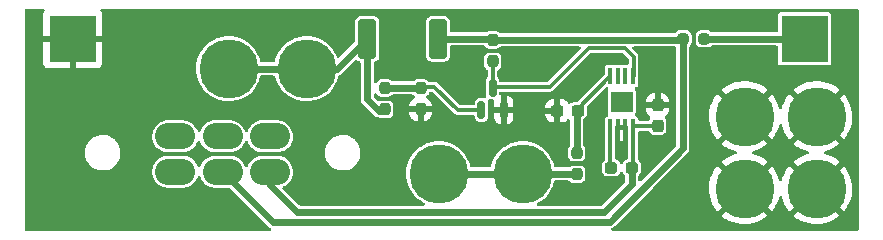
<source format=gtl>
G04 #@! TF.GenerationSoftware,KiCad,Pcbnew,6.0.8-f2edbf62ab~116~ubuntu20.04.1*
G04 #@! TF.CreationDate,2022-11-14T20:50:25-05:00*
G04 #@! TF.ProjectId,solar_lights,736f6c61-725f-46c6-9967-6874732e6b69,rev?*
G04 #@! TF.SameCoordinates,Original*
G04 #@! TF.FileFunction,Copper,L1,Top*
G04 #@! TF.FilePolarity,Positive*
%FSLAX46Y46*%
G04 Gerber Fmt 4.6, Leading zero omitted, Abs format (unit mm)*
G04 Created by KiCad (PCBNEW 6.0.8-f2edbf62ab~116~ubuntu20.04.1) date 2022-11-14 20:50:25*
%MOMM*%
%LPD*%
G01*
G04 APERTURE LIST*
G04 Aperture macros list*
%AMRoundRect*
0 Rectangle with rounded corners*
0 $1 Rounding radius*
0 $2 $3 $4 $5 $6 $7 $8 $9 X,Y pos of 4 corners*
0 Add a 4 corners polygon primitive as box body*
4,1,4,$2,$3,$4,$5,$6,$7,$8,$9,$2,$3,0*
0 Add four circle primitives for the rounded corners*
1,1,$1+$1,$2,$3*
1,1,$1+$1,$4,$5*
1,1,$1+$1,$6,$7*
1,1,$1+$1,$8,$9*
0 Add four rect primitives between the rounded corners*
20,1,$1+$1,$2,$3,$4,$5,0*
20,1,$1+$1,$4,$5,$6,$7,0*
20,1,$1+$1,$6,$7,$8,$9,0*
20,1,$1+$1,$8,$9,$2,$3,0*%
G04 Aperture macros list end*
G04 #@! TA.AperFunction,ComponentPad*
%ADD10O,3.400000X2.200000*%
G04 #@! TD*
G04 #@! TA.AperFunction,SMDPad,CuDef*
%ADD11RoundRect,0.237500X0.300000X0.237500X-0.300000X0.237500X-0.300000X-0.237500X0.300000X-0.237500X0*%
G04 #@! TD*
G04 #@! TA.AperFunction,SMDPad,CuDef*
%ADD12R,4.000000X4.000000*%
G04 #@! TD*
G04 #@! TA.AperFunction,SMDPad,CuDef*
%ADD13RoundRect,0.237500X0.237500X-0.250000X0.237500X0.250000X-0.237500X0.250000X-0.237500X-0.250000X0*%
G04 #@! TD*
G04 #@! TA.AperFunction,ConnectorPad*
%ADD14C,5.000000*%
G04 #@! TD*
G04 #@! TA.AperFunction,ComponentPad*
%ADD15C,2.900000*%
G04 #@! TD*
G04 #@! TA.AperFunction,SMDPad,CuDef*
%ADD16RoundRect,0.249999X0.512501X1.425001X-0.512501X1.425001X-0.512501X-1.425001X0.512501X-1.425001X0*%
G04 #@! TD*
G04 #@! TA.AperFunction,SMDPad,CuDef*
%ADD17RoundRect,0.237500X0.250000X0.237500X-0.250000X0.237500X-0.250000X-0.237500X0.250000X-0.237500X0*%
G04 #@! TD*
G04 #@! TA.AperFunction,SMDPad,CuDef*
%ADD18RoundRect,0.150000X0.150000X-0.587500X0.150000X0.587500X-0.150000X0.587500X-0.150000X-0.587500X0*%
G04 #@! TD*
G04 #@! TA.AperFunction,SMDPad,CuDef*
%ADD19RoundRect,0.237500X0.287500X0.237500X-0.287500X0.237500X-0.287500X-0.237500X0.287500X-0.237500X0*%
G04 #@! TD*
G04 #@! TA.AperFunction,SMDPad,CuDef*
%ADD20R,1.850000X1.730000*%
G04 #@! TD*
G04 #@! TA.AperFunction,SMDPad,CuDef*
%ADD21RoundRect,0.100000X-0.100000X0.612500X-0.100000X-0.612500X0.100000X-0.612500X0.100000X0.612500X0*%
G04 #@! TD*
G04 #@! TA.AperFunction,ComponentPad*
%ADD22C,0.500000*%
G04 #@! TD*
G04 #@! TA.AperFunction,SMDPad,CuDef*
%ADD23RoundRect,0.237500X0.237500X-0.300000X0.237500X0.300000X-0.237500X0.300000X-0.237500X-0.300000X0*%
G04 #@! TD*
G04 #@! TA.AperFunction,ViaPad*
%ADD24C,0.800000*%
G04 #@! TD*
G04 #@! TA.AperFunction,Conductor*
%ADD25C,0.600000*%
G04 #@! TD*
G04 #@! TA.AperFunction,Conductor*
%ADD26C,0.320000*%
G04 #@! TD*
G04 APERTURE END LIST*
D10*
X142683500Y-111331000D03*
X138683500Y-111331000D03*
X134683500Y-111331000D03*
X142683500Y-108331000D03*
X138683500Y-108331000D03*
X134683500Y-108331000D03*
D11*
X168756500Y-106172000D03*
X167031500Y-106172000D03*
D12*
X125984000Y-100076000D03*
D13*
X152400000Y-106068500D03*
X152400000Y-104243500D03*
X161544000Y-102004500D03*
X161544000Y-100179500D03*
D14*
X164084000Y-111506000D03*
D15*
X164084000Y-111506000D03*
D16*
X156911500Y-100076000D03*
X150936500Y-100076000D03*
D17*
X179474500Y-100076000D03*
X177649500Y-100076000D03*
D15*
X145796000Y-102616000D03*
D14*
X145796000Y-102616000D03*
D18*
X160594000Y-106093500D03*
X162494000Y-106093500D03*
X161544000Y-104218500D03*
D12*
X187960000Y-100076000D03*
D13*
X155448000Y-106068500D03*
X155448000Y-104243500D03*
X168656000Y-111553000D03*
X168656000Y-109728000D03*
D14*
X139192000Y-102616000D03*
D15*
X139192000Y-102616000D03*
D14*
X188976000Y-106680000D03*
D15*
X188976000Y-106680000D03*
X182880000Y-112776000D03*
D14*
X182880000Y-112776000D03*
D15*
X182880000Y-106680000D03*
D14*
X182880000Y-106680000D03*
D19*
X173341000Y-110998000D03*
X171591000Y-110998000D03*
D20*
X172466000Y-105410000D03*
D21*
X173441000Y-103247500D03*
X172791000Y-103247500D03*
X172141000Y-103247500D03*
X171491000Y-103247500D03*
X171491000Y-107572500D03*
X172141000Y-107572500D03*
X172791000Y-107572500D03*
X173441000Y-107572500D03*
D22*
X173116000Y-105960000D03*
X171816000Y-105960000D03*
X171816000Y-104860000D03*
X173116000Y-104860000D03*
D14*
X156972000Y-111506000D03*
D15*
X156972000Y-111506000D03*
X188976000Y-112776000D03*
D14*
X188976000Y-112776000D03*
D23*
X175514000Y-107442000D03*
X175514000Y-105717000D03*
D24*
X176276000Y-101600000D03*
X174752000Y-101600000D03*
X172466000Y-109220000D03*
D25*
X168656000Y-109728000D02*
X168656000Y-106272500D01*
X168656000Y-106272500D02*
X168756500Y-106172000D01*
X168656000Y-111553000D02*
X168609000Y-111506000D01*
X168609000Y-111506000D02*
X156972000Y-111506000D01*
X171460000Y-115560000D02*
X177649500Y-109370500D01*
X177649500Y-109370500D02*
X177649500Y-100076000D01*
D26*
X161544000Y-104218500D02*
X161622500Y-104140000D01*
X161622500Y-104140000D02*
X166370000Y-104140000D01*
X166370000Y-104140000D02*
X169670500Y-100839500D01*
X169670500Y-100839500D02*
X172721500Y-100839500D01*
X172721500Y-100839500D02*
X173482000Y-101600000D01*
X173482000Y-101600000D02*
X173482000Y-103206500D01*
X173482000Y-103206500D02*
X173441000Y-103247500D01*
D25*
X161544000Y-100179500D02*
X177546000Y-100179500D01*
X177546000Y-100179500D02*
X177649500Y-100076000D01*
X187960000Y-100076000D02*
X179474500Y-100076000D01*
X138683500Y-111331000D02*
X142912500Y-115560000D01*
X142912500Y-115560000D02*
X171460000Y-115560000D01*
X142683500Y-111331000D02*
X142683500Y-112457500D01*
X142683500Y-112457500D02*
X144986000Y-114760000D01*
X144986000Y-114760000D02*
X170990000Y-114760000D01*
X170990000Y-114760000D02*
X173341000Y-112409000D01*
X173341000Y-112409000D02*
X173341000Y-110998000D01*
D26*
X175514000Y-107442000D02*
X173571500Y-107442000D01*
X173571500Y-107442000D02*
X173441000Y-107572500D01*
X171491000Y-107572500D02*
X171491000Y-110898000D01*
X171491000Y-110898000D02*
X171591000Y-110998000D01*
X173441000Y-107572500D02*
X173441000Y-110898000D01*
X173441000Y-110898000D02*
X173341000Y-110998000D01*
X168656000Y-106082500D02*
X171491000Y-103247500D01*
D25*
X139192000Y-102616000D02*
X145796000Y-102616000D01*
X152296500Y-106172000D02*
X152400000Y-106068500D01*
X150936500Y-100076000D02*
X150936500Y-105216500D01*
X148396500Y-102616000D02*
X150936500Y-100076000D01*
X151892000Y-106172000D02*
X152296500Y-106172000D01*
X145796000Y-102616000D02*
X148396500Y-102616000D01*
X150936500Y-105216500D02*
X151892000Y-106172000D01*
D26*
X158574500Y-106093500D02*
X156621000Y-104140000D01*
D25*
X152400000Y-104243500D02*
X155448000Y-104243500D01*
D26*
X160594000Y-106093500D02*
X158574500Y-106093500D01*
X156621000Y-104140000D02*
X155551500Y-104140000D01*
X155551500Y-104140000D02*
X155448000Y-104243500D01*
X161544000Y-102004500D02*
X161544000Y-104218500D01*
D25*
X156911500Y-100076000D02*
X161440500Y-100076000D01*
X161440500Y-100076000D02*
X161544000Y-100179500D01*
X161544000Y-100179500D02*
X161544000Y-100076000D01*
G04 #@! TA.AperFunction,Conductor*
G36*
X123570053Y-97556002D02*
G01*
X123616546Y-97609658D01*
X123626650Y-97679932D01*
X123602758Y-97737565D01*
X123539214Y-97822352D01*
X123530676Y-97837946D01*
X123485522Y-97958394D01*
X123481895Y-97973649D01*
X123476369Y-98024514D01*
X123476000Y-98031328D01*
X123476000Y-99803885D01*
X123480475Y-99819124D01*
X123481865Y-99820329D01*
X123489548Y-99822000D01*
X128473884Y-99822000D01*
X128489123Y-99817525D01*
X128490328Y-99816135D01*
X128491999Y-99808452D01*
X128491999Y-98031331D01*
X128491629Y-98024510D01*
X128486105Y-97973648D01*
X128482479Y-97958396D01*
X128437324Y-97837946D01*
X128428786Y-97822352D01*
X128365242Y-97737565D01*
X128340394Y-97671059D01*
X128355447Y-97601676D01*
X128405621Y-97551446D01*
X128466068Y-97536000D01*
X192406000Y-97536000D01*
X192474121Y-97556002D01*
X192520614Y-97609658D01*
X192532000Y-97662000D01*
X192532000Y-116206000D01*
X192511998Y-116274121D01*
X192458342Y-116320614D01*
X192406000Y-116332000D01*
X171685978Y-116332000D01*
X171617857Y-116311998D01*
X171571364Y-116258342D01*
X171561260Y-116188068D01*
X171590754Y-116123488D01*
X171645327Y-116090509D01*
X171644201Y-116087577D01*
X171652223Y-116084498D01*
X171660583Y-116082537D01*
X171699037Y-116061397D01*
X171709683Y-116056182D01*
X171742063Y-116042170D01*
X171742067Y-116042168D01*
X171749946Y-116038758D01*
X171761775Y-116029179D01*
X171780363Y-116016688D01*
X171793715Y-116009348D01*
X171799245Y-116004574D01*
X171800140Y-116003802D01*
X171800147Y-116003796D01*
X171801891Y-116002290D01*
X171826634Y-115977547D01*
X171836435Y-115968721D01*
X171861338Y-115948556D01*
X171861341Y-115948553D01*
X171868013Y-115943150D01*
X171879038Y-115927636D01*
X171892645Y-115911536D01*
X172726500Y-115077681D01*
X180943860Y-115077681D01*
X180943878Y-115077933D01*
X180949793Y-115086677D01*
X180981111Y-115115174D01*
X180986748Y-115119738D01*
X181262544Y-115317918D01*
X181268682Y-115321813D01*
X181565435Y-115486984D01*
X181571955Y-115490136D01*
X181885738Y-115620109D01*
X181892589Y-115622495D01*
X182219212Y-115715536D01*
X182226301Y-115717120D01*
X182561465Y-115772006D01*
X182568671Y-115772763D01*
X182907926Y-115788762D01*
X182915176Y-115788686D01*
X183254010Y-115765587D01*
X183261219Y-115764676D01*
X183595160Y-115702784D01*
X183602190Y-115701057D01*
X183926819Y-115601187D01*
X183933597Y-115598667D01*
X184244603Y-115462145D01*
X184251043Y-115458864D01*
X184544293Y-115287502D01*
X184550326Y-115283493D01*
X184808828Y-115089405D01*
X184817282Y-115078078D01*
X184817065Y-115077681D01*
X187039860Y-115077681D01*
X187039878Y-115077933D01*
X187045793Y-115086677D01*
X187077111Y-115115174D01*
X187082748Y-115119738D01*
X187358544Y-115317918D01*
X187364682Y-115321813D01*
X187661435Y-115486984D01*
X187667955Y-115490136D01*
X187981738Y-115620109D01*
X187988589Y-115622495D01*
X188315212Y-115715536D01*
X188322301Y-115717120D01*
X188657465Y-115772006D01*
X188664671Y-115772763D01*
X189003926Y-115788762D01*
X189011176Y-115788686D01*
X189350010Y-115765587D01*
X189357219Y-115764676D01*
X189691160Y-115702784D01*
X189698190Y-115701057D01*
X190022819Y-115601187D01*
X190029597Y-115598667D01*
X190340603Y-115462145D01*
X190347043Y-115458864D01*
X190640293Y-115287502D01*
X190646326Y-115283493D01*
X190904828Y-115089405D01*
X190913282Y-115078078D01*
X190906537Y-115065748D01*
X188988810Y-113148020D01*
X188974869Y-113140408D01*
X188973034Y-113140539D01*
X188966420Y-113144790D01*
X187047474Y-115063737D01*
X187039860Y-115077681D01*
X184817065Y-115077681D01*
X184810537Y-115065748D01*
X182892810Y-113148020D01*
X182878869Y-113140408D01*
X182877034Y-113140539D01*
X182870420Y-113144790D01*
X180951474Y-115063737D01*
X180943860Y-115077681D01*
X172726500Y-115077681D01*
X175119194Y-112684987D01*
X179868484Y-112684987D01*
X179877374Y-113024505D01*
X179877980Y-113031721D01*
X179925835Y-113367963D01*
X179927269Y-113375074D01*
X180013455Y-113703595D01*
X180015692Y-113710478D01*
X180139064Y-114026914D01*
X180142081Y-114033503D01*
X180301002Y-114333652D01*
X180304761Y-114339860D01*
X180497129Y-114619757D01*
X180501574Y-114625486D01*
X180568743Y-114702484D01*
X180581917Y-114710888D01*
X180591769Y-114705020D01*
X182507980Y-112788810D01*
X182514357Y-112777131D01*
X183244408Y-112777131D01*
X183244539Y-112778966D01*
X183248790Y-112785580D01*
X185166268Y-114703057D01*
X185179622Y-114710349D01*
X185189594Y-114703295D01*
X185296641Y-114575267D01*
X185300957Y-114569456D01*
X185487432Y-114285575D01*
X185491046Y-114279313D01*
X185643658Y-113975882D01*
X185646530Y-113969244D01*
X185763249Y-113650293D01*
X185765348Y-113643338D01*
X185805121Y-113477676D01*
X185840473Y-113416107D01*
X185903499Y-113383425D01*
X185974190Y-113390006D01*
X186030102Y-113433760D01*
X186049515Y-113475118D01*
X186109454Y-113703590D01*
X186111692Y-113710478D01*
X186235064Y-114026914D01*
X186238081Y-114033503D01*
X186397002Y-114333652D01*
X186400761Y-114339860D01*
X186593129Y-114619757D01*
X186597574Y-114625486D01*
X186664743Y-114702484D01*
X186677917Y-114710888D01*
X186687769Y-114705020D01*
X188603980Y-112788810D01*
X188610357Y-112777131D01*
X189340408Y-112777131D01*
X189340539Y-112778966D01*
X189344790Y-112785580D01*
X191262268Y-114703057D01*
X191275622Y-114710349D01*
X191285594Y-114703295D01*
X191392641Y-114575267D01*
X191396957Y-114569456D01*
X191583432Y-114285575D01*
X191587046Y-114279313D01*
X191739658Y-113975882D01*
X191742530Y-113969244D01*
X191859249Y-113650293D01*
X191861345Y-113643351D01*
X191940631Y-113313103D01*
X191941915Y-113305964D01*
X191982816Y-112967973D01*
X191983240Y-112962403D01*
X191989010Y-112778797D01*
X191988937Y-112773204D01*
X191969338Y-112433303D01*
X191968506Y-112426113D01*
X191910113Y-112091529D01*
X191908458Y-112084474D01*
X191811998Y-111758834D01*
X191809540Y-111752006D01*
X191676290Y-111439608D01*
X191673073Y-111433125D01*
X191504788Y-111138089D01*
X191500856Y-111132034D01*
X191299774Y-110858295D01*
X191295166Y-110852726D01*
X191289830Y-110846984D01*
X191276178Y-110838866D01*
X191275570Y-110838887D01*
X191267092Y-110844119D01*
X189348020Y-112763190D01*
X189340408Y-112777131D01*
X188610357Y-112777131D01*
X188611592Y-112774869D01*
X188611461Y-112773034D01*
X188607210Y-112766420D01*
X186688374Y-110847585D01*
X186675581Y-110840599D01*
X186664827Y-110848464D01*
X186504037Y-111053527D01*
X186499902Y-111059476D01*
X186322440Y-111349068D01*
X186319019Y-111355447D01*
X186176016Y-111663522D01*
X186173356Y-111670241D01*
X186066711Y-111992707D01*
X186064835Y-111999708D01*
X186052383Y-112059835D01*
X186018982Y-112122484D01*
X185957013Y-112157130D01*
X185886150Y-112152773D01*
X185828892Y-112110796D01*
X185808190Y-112070069D01*
X185715998Y-111758834D01*
X185713540Y-111752006D01*
X185580290Y-111439608D01*
X185577073Y-111433125D01*
X185408788Y-111138089D01*
X185404856Y-111132034D01*
X185203774Y-110858295D01*
X185199166Y-110852726D01*
X185193830Y-110846984D01*
X185180178Y-110838866D01*
X185179570Y-110838887D01*
X185171092Y-110844119D01*
X183252020Y-112763190D01*
X183244408Y-112777131D01*
X182514357Y-112777131D01*
X182515592Y-112774869D01*
X182515461Y-112773034D01*
X182511210Y-112766420D01*
X180592374Y-110847585D01*
X180579581Y-110840599D01*
X180568827Y-110848464D01*
X180408037Y-111053527D01*
X180403902Y-111059476D01*
X180226440Y-111349068D01*
X180223019Y-111355447D01*
X180080016Y-111663522D01*
X180077356Y-111670241D01*
X179970711Y-111992707D01*
X179968834Y-111999711D01*
X179899961Y-112332288D01*
X179898904Y-112339449D01*
X179868712Y-112677735D01*
X179868484Y-112684987D01*
X175119194Y-112684987D01*
X178030913Y-109773268D01*
X178034721Y-109769615D01*
X178074448Y-109733084D01*
X178074449Y-109733083D01*
X178080766Y-109727274D01*
X178103881Y-109689994D01*
X178110604Y-109680212D01*
X178131938Y-109652105D01*
X178137130Y-109645265D01*
X178142737Y-109631104D01*
X178152800Y-109611098D01*
X178156294Y-109605463D01*
X178156298Y-109605454D01*
X178160823Y-109598156D01*
X178173065Y-109556020D01*
X178176909Y-109544793D01*
X178193056Y-109504010D01*
X178194648Y-109488867D01*
X178198959Y-109466894D01*
X178201367Y-109458604D01*
X178203209Y-109452265D01*
X178204000Y-109441493D01*
X178204000Y-109406495D01*
X178204690Y-109393324D01*
X178208039Y-109361463D01*
X178208937Y-109352919D01*
X178205763Y-109334154D01*
X178204000Y-109313152D01*
X178204000Y-108981681D01*
X180943860Y-108981681D01*
X180943878Y-108981933D01*
X180949793Y-108990677D01*
X180981111Y-109019174D01*
X180986748Y-109023738D01*
X181262544Y-109221918D01*
X181268682Y-109225813D01*
X181565435Y-109390984D01*
X181571955Y-109394136D01*
X181885738Y-109524109D01*
X181892589Y-109526495D01*
X182177758Y-109607727D01*
X182237793Y-109645626D01*
X182267807Y-109709966D01*
X182258272Y-109780319D01*
X182212215Y-109834349D01*
X182170081Y-109852014D01*
X182073264Y-109873124D01*
X182066285Y-109875072D01*
X181744960Y-109985086D01*
X181738253Y-109987823D01*
X181431707Y-110134039D01*
X181425349Y-110137534D01*
X181137654Y-110318005D01*
X181131731Y-110322214D01*
X180953601Y-110464923D01*
X180945132Y-110477048D01*
X180951527Y-110488316D01*
X182867190Y-112403980D01*
X182881131Y-112411592D01*
X182882966Y-112411461D01*
X182889580Y-112407210D01*
X184807074Y-110489716D01*
X184814466Y-110476179D01*
X184807679Y-110466479D01*
X184704476Y-110378335D01*
X184698704Y-110373953D01*
X184416796Y-110184519D01*
X184410575Y-110180839D01*
X184108757Y-110025060D01*
X184102146Y-110022116D01*
X183784439Y-109902065D01*
X183777513Y-109899894D01*
X183589098Y-109852568D01*
X183527902Y-109816573D01*
X183495881Y-109753208D01*
X183503201Y-109682590D01*
X183547539Y-109627139D01*
X183591857Y-109608560D01*
X183591633Y-109607650D01*
X183602190Y-109605057D01*
X183926819Y-109505187D01*
X183933597Y-109502667D01*
X184244603Y-109366145D01*
X184251043Y-109362864D01*
X184544293Y-109191502D01*
X184550326Y-109187493D01*
X184808828Y-108993405D01*
X184817282Y-108982078D01*
X184817065Y-108981681D01*
X187039860Y-108981681D01*
X187039878Y-108981933D01*
X187045793Y-108990677D01*
X187077111Y-109019174D01*
X187082748Y-109023738D01*
X187358544Y-109221918D01*
X187364682Y-109225813D01*
X187661435Y-109390984D01*
X187667955Y-109394136D01*
X187981738Y-109524109D01*
X187988589Y-109526495D01*
X188273758Y-109607727D01*
X188333793Y-109645626D01*
X188363807Y-109709966D01*
X188354272Y-109780319D01*
X188308215Y-109834349D01*
X188266081Y-109852014D01*
X188169264Y-109873124D01*
X188162285Y-109875072D01*
X187840960Y-109985086D01*
X187834253Y-109987823D01*
X187527707Y-110134039D01*
X187521349Y-110137534D01*
X187233654Y-110318005D01*
X187227731Y-110322214D01*
X187049601Y-110464923D01*
X187041132Y-110477048D01*
X187047527Y-110488316D01*
X188963190Y-112403980D01*
X188977131Y-112411592D01*
X188978966Y-112411461D01*
X188985580Y-112407210D01*
X190903074Y-110489716D01*
X190910466Y-110476179D01*
X190903679Y-110466479D01*
X190800476Y-110378335D01*
X190794704Y-110373953D01*
X190512796Y-110184519D01*
X190506575Y-110180839D01*
X190204757Y-110025060D01*
X190198146Y-110022116D01*
X189880439Y-109902065D01*
X189873513Y-109899894D01*
X189685098Y-109852568D01*
X189623902Y-109816573D01*
X189591881Y-109753208D01*
X189599201Y-109682590D01*
X189643539Y-109627139D01*
X189687857Y-109608560D01*
X189687633Y-109607650D01*
X189698190Y-109605057D01*
X190022819Y-109505187D01*
X190029597Y-109502667D01*
X190340603Y-109366145D01*
X190347043Y-109362864D01*
X190640293Y-109191502D01*
X190646326Y-109187493D01*
X190904828Y-108993405D01*
X190913282Y-108982078D01*
X190906537Y-108969748D01*
X188988810Y-107052020D01*
X188974869Y-107044408D01*
X188973034Y-107044539D01*
X188966420Y-107048790D01*
X187047474Y-108967737D01*
X187039860Y-108981681D01*
X184817065Y-108981681D01*
X184810537Y-108969748D01*
X182892810Y-107052020D01*
X182878869Y-107044408D01*
X182877034Y-107044539D01*
X182870420Y-107048790D01*
X180951474Y-108967737D01*
X180943860Y-108981681D01*
X178204000Y-108981681D01*
X178204000Y-106588987D01*
X179868484Y-106588987D01*
X179877374Y-106928505D01*
X179877980Y-106935721D01*
X179925835Y-107271963D01*
X179927269Y-107279074D01*
X180013455Y-107607595D01*
X180015692Y-107614478D01*
X180139064Y-107930914D01*
X180142081Y-107937503D01*
X180301002Y-108237652D01*
X180304761Y-108243860D01*
X180497129Y-108523757D01*
X180501574Y-108529486D01*
X180568743Y-108606484D01*
X180581917Y-108614888D01*
X180591769Y-108609020D01*
X182507980Y-106692810D01*
X182514357Y-106681131D01*
X183244408Y-106681131D01*
X183244539Y-106682966D01*
X183248790Y-106689580D01*
X185166268Y-108607057D01*
X185179622Y-108614349D01*
X185189594Y-108607295D01*
X185296641Y-108479267D01*
X185300957Y-108473456D01*
X185487432Y-108189575D01*
X185491046Y-108183313D01*
X185643658Y-107879882D01*
X185646530Y-107873244D01*
X185763249Y-107554293D01*
X185765348Y-107547338D01*
X185805121Y-107381676D01*
X185840473Y-107320107D01*
X185903499Y-107287425D01*
X185974190Y-107294006D01*
X186030102Y-107337760D01*
X186049515Y-107379118D01*
X186109454Y-107607590D01*
X186111692Y-107614478D01*
X186235064Y-107930914D01*
X186238081Y-107937503D01*
X186397002Y-108237652D01*
X186400761Y-108243860D01*
X186593129Y-108523757D01*
X186597574Y-108529486D01*
X186664743Y-108606484D01*
X186677917Y-108614888D01*
X186687769Y-108609020D01*
X188603980Y-106692810D01*
X188610357Y-106681131D01*
X189340408Y-106681131D01*
X189340539Y-106682966D01*
X189344790Y-106689580D01*
X191262268Y-108607057D01*
X191275622Y-108614349D01*
X191285594Y-108607295D01*
X191392641Y-108479267D01*
X191396957Y-108473456D01*
X191583432Y-108189575D01*
X191587046Y-108183313D01*
X191739658Y-107879882D01*
X191742530Y-107873244D01*
X191859249Y-107554293D01*
X191861345Y-107547351D01*
X191940631Y-107217103D01*
X191941915Y-107209964D01*
X191982816Y-106871973D01*
X191983240Y-106866403D01*
X191989010Y-106682797D01*
X191988937Y-106677204D01*
X191969338Y-106337303D01*
X191968506Y-106330113D01*
X191910113Y-105995529D01*
X191908458Y-105988474D01*
X191811998Y-105662834D01*
X191809540Y-105656006D01*
X191676290Y-105343608D01*
X191673073Y-105337125D01*
X191504788Y-105042089D01*
X191500856Y-105036034D01*
X191299774Y-104762295D01*
X191295166Y-104756726D01*
X191289830Y-104750984D01*
X191276178Y-104742866D01*
X191275570Y-104742887D01*
X191267092Y-104748119D01*
X189348020Y-106667190D01*
X189340408Y-106681131D01*
X188610357Y-106681131D01*
X188611592Y-106678869D01*
X188611461Y-106677034D01*
X188607210Y-106670420D01*
X186688374Y-104751585D01*
X186675581Y-104744599D01*
X186664827Y-104752464D01*
X186504037Y-104957527D01*
X186499902Y-104963476D01*
X186322440Y-105253068D01*
X186319019Y-105259447D01*
X186176016Y-105567522D01*
X186173356Y-105574241D01*
X186066711Y-105896707D01*
X186064835Y-105903708D01*
X186052383Y-105963835D01*
X186018982Y-106026484D01*
X185957013Y-106061130D01*
X185886150Y-106056773D01*
X185828892Y-106014796D01*
X185808190Y-105974069D01*
X185715998Y-105662834D01*
X185713540Y-105656006D01*
X185580290Y-105343608D01*
X185577073Y-105337125D01*
X185408788Y-105042089D01*
X185404856Y-105036034D01*
X185203774Y-104762295D01*
X185199166Y-104756726D01*
X185193830Y-104750984D01*
X185180178Y-104742866D01*
X185179570Y-104742887D01*
X185171092Y-104748119D01*
X183252020Y-106667190D01*
X183244408Y-106681131D01*
X182514357Y-106681131D01*
X182515592Y-106678869D01*
X182515461Y-106677034D01*
X182511210Y-106670420D01*
X180592374Y-104751585D01*
X180579581Y-104744599D01*
X180568827Y-104752464D01*
X180408037Y-104957527D01*
X180403902Y-104963476D01*
X180226440Y-105253068D01*
X180223019Y-105259447D01*
X180080016Y-105567522D01*
X180077356Y-105574241D01*
X179970711Y-105896707D01*
X179968834Y-105903711D01*
X179899961Y-106236288D01*
X179898904Y-106243449D01*
X179868712Y-106581735D01*
X179868484Y-106588987D01*
X178204000Y-106588987D01*
X178204000Y-104381048D01*
X180945132Y-104381048D01*
X180951527Y-104392316D01*
X182086223Y-105527013D01*
X182867190Y-106307980D01*
X182881131Y-106315592D01*
X182882966Y-106315461D01*
X182889580Y-106311210D01*
X184807074Y-104393716D01*
X184813991Y-104381048D01*
X187041132Y-104381048D01*
X187047527Y-104392316D01*
X188963190Y-106307980D01*
X188977131Y-106315592D01*
X188978966Y-106315461D01*
X188985580Y-106311210D01*
X190903074Y-104393716D01*
X190910466Y-104380179D01*
X190903679Y-104370479D01*
X190800476Y-104282335D01*
X190794704Y-104277953D01*
X190512796Y-104088519D01*
X190506575Y-104084839D01*
X190204757Y-103929060D01*
X190198146Y-103926116D01*
X189880439Y-103806065D01*
X189873513Y-103803894D01*
X189544112Y-103721155D01*
X189537005Y-103719799D01*
X189200278Y-103675468D01*
X189193036Y-103674937D01*
X188853467Y-103669602D01*
X188846205Y-103669906D01*
X188508256Y-103703638D01*
X188501108Y-103704770D01*
X188169263Y-103777124D01*
X188162285Y-103779072D01*
X187840960Y-103889086D01*
X187834253Y-103891823D01*
X187527707Y-104038039D01*
X187521349Y-104041534D01*
X187233654Y-104222005D01*
X187227731Y-104226214D01*
X187049601Y-104368923D01*
X187041132Y-104381048D01*
X184813991Y-104381048D01*
X184814466Y-104380179D01*
X184807679Y-104370479D01*
X184704476Y-104282335D01*
X184698704Y-104277953D01*
X184416796Y-104088519D01*
X184410575Y-104084839D01*
X184108757Y-103929060D01*
X184102146Y-103926116D01*
X183784439Y-103806065D01*
X183777513Y-103803894D01*
X183448112Y-103721155D01*
X183441005Y-103719799D01*
X183104278Y-103675468D01*
X183097036Y-103674937D01*
X182757467Y-103669602D01*
X182750205Y-103669906D01*
X182412256Y-103703638D01*
X182405108Y-103704770D01*
X182073263Y-103777124D01*
X182066285Y-103779072D01*
X181744960Y-103889086D01*
X181738253Y-103891823D01*
X181431707Y-104038039D01*
X181425349Y-104041534D01*
X181137654Y-104222005D01*
X181131731Y-104226214D01*
X180953601Y-104368923D01*
X180945132Y-104381048D01*
X178204000Y-104381048D01*
X178204000Y-100762339D01*
X178224002Y-100694218D01*
X178240905Y-100673244D01*
X178243794Y-100670355D01*
X178250974Y-100664974D01*
X178335493Y-100552199D01*
X178342244Y-100534193D01*
X178382190Y-100427635D01*
X178384964Y-100420236D01*
X178391500Y-100360070D01*
X178732500Y-100360070D01*
X178739036Y-100420236D01*
X178741810Y-100427635D01*
X178781757Y-100534193D01*
X178788507Y-100552199D01*
X178873026Y-100664974D01*
X178985801Y-100749493D01*
X178994202Y-100752643D01*
X178994205Y-100752644D01*
X179042917Y-100770905D01*
X179117764Y-100798964D01*
X179177930Y-100805500D01*
X179771070Y-100805500D01*
X179831236Y-100798964D01*
X179906083Y-100770905D01*
X179954795Y-100752644D01*
X179954798Y-100752643D01*
X179963199Y-100749493D01*
X180075974Y-100664974D01*
X180076038Y-100665060D01*
X180134056Y-100633379D01*
X180160839Y-100630500D01*
X185579501Y-100630500D01*
X185647622Y-100650502D01*
X185694115Y-100704158D01*
X185705501Y-100756500D01*
X185705501Y-102101066D01*
X185707559Y-102111411D01*
X185716373Y-102155726D01*
X185720266Y-102175301D01*
X185776516Y-102259484D01*
X185860699Y-102315734D01*
X185934933Y-102330500D01*
X187959836Y-102330500D01*
X189985066Y-102330499D01*
X190021563Y-102323240D01*
X190047126Y-102318156D01*
X190047128Y-102318155D01*
X190059301Y-102315734D01*
X190069621Y-102308839D01*
X190069622Y-102308838D01*
X190133168Y-102266377D01*
X190143484Y-102259484D01*
X190199734Y-102175301D01*
X190214500Y-102101067D01*
X190214499Y-98050934D01*
X190199734Y-97976699D01*
X190143484Y-97892516D01*
X190059301Y-97836266D01*
X189985067Y-97821500D01*
X187960164Y-97821500D01*
X185934934Y-97821501D01*
X185899182Y-97828612D01*
X185872874Y-97833844D01*
X185872872Y-97833845D01*
X185860699Y-97836266D01*
X185850379Y-97843161D01*
X185850378Y-97843162D01*
X185789985Y-97883516D01*
X185776516Y-97892516D01*
X185720266Y-97976699D01*
X185705500Y-98050933D01*
X185705500Y-99395500D01*
X185685498Y-99463621D01*
X185631842Y-99510114D01*
X185579500Y-99521500D01*
X180160839Y-99521500D01*
X180092718Y-99501498D01*
X180077825Y-99489495D01*
X180075974Y-99487026D01*
X179963199Y-99402507D01*
X179954798Y-99399357D01*
X179954795Y-99399356D01*
X179876387Y-99369963D01*
X179831236Y-99353036D01*
X179771070Y-99346500D01*
X179177930Y-99346500D01*
X179117764Y-99353036D01*
X179072613Y-99369963D01*
X178994205Y-99399356D01*
X178994202Y-99399357D01*
X178985801Y-99402507D01*
X178873026Y-99487026D01*
X178788507Y-99599801D01*
X178739036Y-99731764D01*
X178732500Y-99791930D01*
X178732500Y-100360070D01*
X178391500Y-100360070D01*
X178391500Y-99791930D01*
X178384964Y-99731764D01*
X178335493Y-99599801D01*
X178250974Y-99487026D01*
X178138199Y-99402507D01*
X178129798Y-99399357D01*
X178129795Y-99399356D01*
X178051387Y-99369963D01*
X178006236Y-99353036D01*
X177946070Y-99346500D01*
X177352930Y-99346500D01*
X177292764Y-99353036D01*
X177247613Y-99369963D01*
X177169205Y-99399356D01*
X177169202Y-99399357D01*
X177160801Y-99402507D01*
X177048026Y-99487026D01*
X177042645Y-99494206D01*
X176982421Y-99574564D01*
X176925562Y-99617080D01*
X176881594Y-99625000D01*
X162230339Y-99625000D01*
X162162218Y-99604998D01*
X162141244Y-99588095D01*
X162138355Y-99585206D01*
X162132974Y-99578026D01*
X162020199Y-99493507D01*
X162011798Y-99490357D01*
X162011795Y-99490356D01*
X161898388Y-99447842D01*
X161888236Y-99444036D01*
X161828070Y-99437500D01*
X161259930Y-99437500D01*
X161199764Y-99444036D01*
X161067801Y-99493507D01*
X161060614Y-99498893D01*
X161052746Y-99503201D01*
X161051539Y-99500996D01*
X160997540Y-99521174D01*
X160988475Y-99521500D01*
X158054499Y-99521500D01*
X157986378Y-99501498D01*
X157939885Y-99447842D01*
X157928499Y-99395500D01*
X157928499Y-98603244D01*
X157921798Y-98541551D01*
X157871071Y-98406235D01*
X157865691Y-98399056D01*
X157865689Y-98399053D01*
X157789786Y-98297777D01*
X157784404Y-98290596D01*
X157777223Y-98285214D01*
X157675947Y-98209311D01*
X157675944Y-98209309D01*
X157668765Y-98203929D01*
X157579047Y-98170296D01*
X157540844Y-98155974D01*
X157540842Y-98155974D01*
X157533449Y-98153202D01*
X157525599Y-98152349D01*
X157525598Y-98152349D01*
X157475154Y-98146869D01*
X157475153Y-98146869D01*
X157471757Y-98146500D01*
X156911582Y-98146500D01*
X156351244Y-98146501D01*
X156347850Y-98146870D01*
X156347844Y-98146870D01*
X156297409Y-98152348D01*
X156297405Y-98152349D01*
X156289551Y-98153202D01*
X156154235Y-98203929D01*
X156147056Y-98209309D01*
X156147053Y-98209311D01*
X156045777Y-98285214D01*
X156038596Y-98290596D01*
X156033214Y-98297777D01*
X155957311Y-98399053D01*
X155957309Y-98399056D01*
X155951929Y-98406235D01*
X155901202Y-98541551D01*
X155894500Y-98603243D01*
X155894501Y-101548756D01*
X155901202Y-101610449D01*
X155951929Y-101745765D01*
X155957309Y-101752944D01*
X155957311Y-101752947D01*
X156029788Y-101849652D01*
X156038596Y-101861404D01*
X156045777Y-101866786D01*
X156147053Y-101942689D01*
X156147056Y-101942691D01*
X156154235Y-101948071D01*
X156243953Y-101981704D01*
X156282156Y-101996026D01*
X156282158Y-101996026D01*
X156289551Y-101998798D01*
X156297401Y-101999651D01*
X156297402Y-101999651D01*
X156347837Y-102005130D01*
X156351243Y-102005500D01*
X156911418Y-102005500D01*
X157471756Y-102005499D01*
X157475150Y-102005130D01*
X157475156Y-102005130D01*
X157525591Y-101999652D01*
X157525595Y-101999651D01*
X157533449Y-101998798D01*
X157668765Y-101948071D01*
X157675944Y-101942691D01*
X157675947Y-101942689D01*
X157777223Y-101866786D01*
X157784404Y-101861404D01*
X157793212Y-101849652D01*
X157865689Y-101752947D01*
X157865691Y-101752944D01*
X157871071Y-101745765D01*
X157911801Y-101637116D01*
X157919026Y-101617844D01*
X157919026Y-101617842D01*
X157921798Y-101610449D01*
X157928500Y-101548757D01*
X157928500Y-100756500D01*
X157948502Y-100688379D01*
X158002158Y-100641886D01*
X158054500Y-100630500D01*
X160779226Y-100630500D01*
X160847347Y-100650502D01*
X160880052Y-100680935D01*
X160955026Y-100780974D01*
X161067801Y-100865493D01*
X161076202Y-100868643D01*
X161076205Y-100868644D01*
X161154613Y-100898037D01*
X161199764Y-100914964D01*
X161259930Y-100921500D01*
X161828070Y-100921500D01*
X161888236Y-100914964D01*
X161933387Y-100898037D01*
X162011795Y-100868644D01*
X162011798Y-100868643D01*
X162020199Y-100865493D01*
X162132974Y-100780974D01*
X162138355Y-100773794D01*
X162141244Y-100770905D01*
X162203556Y-100736879D01*
X162230339Y-100734000D01*
X168885618Y-100734000D01*
X168953739Y-100754002D01*
X169000232Y-100807658D01*
X169010336Y-100877932D01*
X168980842Y-100942512D01*
X168974713Y-100949095D01*
X166235213Y-103688595D01*
X166172901Y-103722621D01*
X166146118Y-103725500D01*
X162224500Y-103725500D01*
X162156379Y-103705498D01*
X162109886Y-103651842D01*
X162100549Y-103608920D01*
X162098888Y-103609051D01*
X162098500Y-103604120D01*
X162098500Y-103599166D01*
X162083498Y-103504445D01*
X162025326Y-103390277D01*
X161995405Y-103360356D01*
X161961379Y-103298044D01*
X161958500Y-103271261D01*
X161958500Y-102797486D01*
X161978502Y-102729365D01*
X162020203Y-102690498D01*
X162020199Y-102690493D01*
X162020244Y-102690460D01*
X162020248Y-102690456D01*
X162132974Y-102605974D01*
X162217493Y-102493199D01*
X162266964Y-102361236D01*
X162273500Y-102301070D01*
X162273500Y-101707930D01*
X162266964Y-101647764D01*
X162231122Y-101552156D01*
X162220644Y-101524205D01*
X162220643Y-101524202D01*
X162217493Y-101515801D01*
X162132974Y-101403026D01*
X162020199Y-101318507D01*
X162011798Y-101315357D01*
X162011795Y-101315356D01*
X161933387Y-101285963D01*
X161888236Y-101269036D01*
X161828070Y-101262500D01*
X161259930Y-101262500D01*
X161199764Y-101269036D01*
X161154613Y-101285963D01*
X161076205Y-101315356D01*
X161076202Y-101315357D01*
X161067801Y-101318507D01*
X160955026Y-101403026D01*
X160870507Y-101515801D01*
X160867357Y-101524202D01*
X160867356Y-101524205D01*
X160856878Y-101552156D01*
X160821036Y-101647764D01*
X160814500Y-101707930D01*
X160814500Y-102301070D01*
X160821036Y-102361236D01*
X160870507Y-102493199D01*
X160955026Y-102605974D01*
X161066715Y-102689679D01*
X161066716Y-102689680D01*
X161067801Y-102690493D01*
X161067684Y-102690650D01*
X161114153Y-102737221D01*
X161129500Y-102797486D01*
X161129500Y-103271261D01*
X161109498Y-103339382D01*
X161092595Y-103360356D01*
X161062674Y-103390277D01*
X161004502Y-103504445D01*
X160989500Y-103599166D01*
X160989500Y-104837834D01*
X161004502Y-104932555D01*
X161009003Y-104941389D01*
X161012068Y-104950822D01*
X161009237Y-104951742D01*
X161019398Y-105005849D01*
X160992698Y-105071634D01*
X160934670Y-105112540D01*
X160870749Y-105115280D01*
X160870555Y-105116502D01*
X160864522Y-105115546D01*
X160864520Y-105115546D01*
X160775834Y-105101500D01*
X160412166Y-105101500D01*
X160317445Y-105116502D01*
X160203277Y-105174674D01*
X160112674Y-105265277D01*
X160054502Y-105379445D01*
X160039500Y-105474166D01*
X160039500Y-105553000D01*
X160019498Y-105621121D01*
X159965842Y-105667614D01*
X159913500Y-105679000D01*
X158798382Y-105679000D01*
X158730261Y-105658998D01*
X158709287Y-105642095D01*
X156867674Y-103800482D01*
X156858835Y-103795978D01*
X156858833Y-103795977D01*
X156847081Y-103789989D01*
X156830226Y-103779661D01*
X156819545Y-103771901D01*
X156819546Y-103771901D01*
X156811525Y-103766074D01*
X156802094Y-103763010D01*
X156802093Y-103763009D01*
X156789538Y-103758929D01*
X156771277Y-103751365D01*
X156759518Y-103745374D01*
X156750684Y-103740873D01*
X156740894Y-103739322D01*
X156740890Y-103739321D01*
X156727855Y-103737256D01*
X156708634Y-103732642D01*
X156696082Y-103728564D01*
X156696081Y-103728564D01*
X156686651Y-103725500D01*
X156162561Y-103725500D01*
X156094440Y-103705498D01*
X156061734Y-103675064D01*
X156042355Y-103649206D01*
X156036974Y-103642026D01*
X155924199Y-103557507D01*
X155915798Y-103554357D01*
X155915795Y-103554356D01*
X155837387Y-103524963D01*
X155792236Y-103508036D01*
X155732070Y-103501500D01*
X155163930Y-103501500D01*
X155103764Y-103508036D01*
X155058613Y-103524963D01*
X154980205Y-103554356D01*
X154980202Y-103554357D01*
X154971801Y-103557507D01*
X154859026Y-103642026D01*
X154853645Y-103649206D01*
X154850756Y-103652095D01*
X154788444Y-103686121D01*
X154761661Y-103689000D01*
X153086339Y-103689000D01*
X153018218Y-103668998D01*
X152997244Y-103652095D01*
X152994355Y-103649206D01*
X152988974Y-103642026D01*
X152876199Y-103557507D01*
X152867798Y-103554357D01*
X152867795Y-103554356D01*
X152789387Y-103524963D01*
X152744236Y-103508036D01*
X152684070Y-103501500D01*
X152115930Y-103501500D01*
X152055764Y-103508036D01*
X152010613Y-103524963D01*
X151932205Y-103554356D01*
X151932202Y-103554357D01*
X151923801Y-103557507D01*
X151811026Y-103642026D01*
X151726507Y-103754801D01*
X151725423Y-103757692D01*
X151677261Y-103805746D01*
X151607871Y-103820760D01*
X151541378Y-103795875D01*
X151498895Y-103738991D01*
X151491000Y-103695091D01*
X151491000Y-102111411D01*
X151511002Y-102043290D01*
X151564658Y-101996797D01*
X151572771Y-101993429D01*
X151573622Y-101993110D01*
X151693765Y-101948071D01*
X151700944Y-101942691D01*
X151700947Y-101942689D01*
X151802223Y-101866786D01*
X151809404Y-101861404D01*
X151818212Y-101849652D01*
X151890689Y-101752947D01*
X151890691Y-101752944D01*
X151896071Y-101745765D01*
X151936801Y-101637116D01*
X151944026Y-101617844D01*
X151944026Y-101617842D01*
X151946798Y-101610449D01*
X151953500Y-101548757D01*
X151953499Y-98603244D01*
X151946798Y-98541551D01*
X151896071Y-98406235D01*
X151890691Y-98399056D01*
X151890689Y-98399053D01*
X151814786Y-98297777D01*
X151809404Y-98290596D01*
X151802223Y-98285214D01*
X151700947Y-98209311D01*
X151700944Y-98209309D01*
X151693765Y-98203929D01*
X151604047Y-98170296D01*
X151565844Y-98155974D01*
X151565842Y-98155974D01*
X151558449Y-98153202D01*
X151550599Y-98152349D01*
X151550598Y-98152349D01*
X151500154Y-98146869D01*
X151500153Y-98146869D01*
X151496757Y-98146500D01*
X150936582Y-98146500D01*
X150376244Y-98146501D01*
X150372850Y-98146870D01*
X150372844Y-98146870D01*
X150322409Y-98152348D01*
X150322405Y-98152349D01*
X150314551Y-98153202D01*
X150179235Y-98203929D01*
X150172056Y-98209309D01*
X150172053Y-98209311D01*
X150070777Y-98285214D01*
X150063596Y-98290596D01*
X150058214Y-98297777D01*
X149982311Y-98399053D01*
X149982309Y-98399056D01*
X149976929Y-98406235D01*
X149926202Y-98541551D01*
X149919500Y-98603243D01*
X149919501Y-99447842D01*
X149919501Y-100256628D01*
X149899499Y-100324749D01*
X149882596Y-100345723D01*
X148571782Y-101656537D01*
X148509470Y-101690563D01*
X148438655Y-101685498D01*
X148381819Y-101642951D01*
X148367715Y-101618992D01*
X148261793Y-101382756D01*
X148241510Y-101337518D01*
X148070205Y-101052982D01*
X148067878Y-101049998D01*
X148067873Y-101049991D01*
X147868294Y-100794082D01*
X147868292Y-100794079D01*
X147865958Y-100791087D01*
X147631726Y-100555626D01*
X147616719Y-100543795D01*
X147373885Y-100352360D01*
X147370904Y-100350010D01*
X147087269Y-100177218D01*
X146966654Y-100122378D01*
X146788381Y-100041321D01*
X146788373Y-100041318D01*
X146784929Y-100039752D01*
X146468264Y-99939604D01*
X146323680Y-99912415D01*
X146145585Y-99878925D01*
X146145580Y-99878924D01*
X146141861Y-99878225D01*
X145810449Y-99856503D01*
X145806669Y-99856711D01*
X145806668Y-99856711D01*
X145711655Y-99861940D01*
X145478827Y-99874753D01*
X145475100Y-99875414D01*
X145475096Y-99875414D01*
X145216396Y-99921263D01*
X145151799Y-99932711D01*
X145148174Y-99933816D01*
X145148169Y-99933817D01*
X144901671Y-100008945D01*
X144834103Y-100029538D01*
X144530341Y-100163830D01*
X144244911Y-100333642D01*
X144241910Y-100335957D01*
X144241906Y-100335960D01*
X144226255Y-100348035D01*
X143981950Y-100536515D01*
X143979249Y-100539174D01*
X143979242Y-100539180D01*
X143747974Y-100766845D01*
X143745266Y-100769511D01*
X143742902Y-100772478D01*
X143742899Y-100772481D01*
X143624151Y-100921500D01*
X143538287Y-101029253D01*
X143364012Y-101311980D01*
X143224965Y-101613596D01*
X143150117Y-101846025D01*
X143137992Y-101883678D01*
X143123161Y-101929732D01*
X143117738Y-101957759D01*
X143117414Y-101959436D01*
X143084835Y-102022516D01*
X143023325Y-102057970D01*
X142993708Y-102061500D01*
X141995898Y-102061500D01*
X141927777Y-102041498D01*
X141881284Y-101987842D01*
X141874117Y-101965016D01*
X141873466Y-101965176D01*
X141872559Y-101961484D01*
X141871879Y-101957759D01*
X141867201Y-101942691D01*
X141814104Y-101771691D01*
X141773391Y-101640574D01*
X141763715Y-101618992D01*
X141683858Y-101440888D01*
X141637510Y-101337518D01*
X141466205Y-101052982D01*
X141463878Y-101049998D01*
X141463873Y-101049991D01*
X141264294Y-100794082D01*
X141264292Y-100794079D01*
X141261958Y-100791087D01*
X141027726Y-100555626D01*
X141012719Y-100543795D01*
X140769885Y-100352360D01*
X140766904Y-100350010D01*
X140483269Y-100177218D01*
X140362654Y-100122378D01*
X140184381Y-100041321D01*
X140184373Y-100041318D01*
X140180929Y-100039752D01*
X139864264Y-99939604D01*
X139719680Y-99912415D01*
X139541585Y-99878925D01*
X139541580Y-99878924D01*
X139537861Y-99878225D01*
X139206449Y-99856503D01*
X139202669Y-99856711D01*
X139202668Y-99856711D01*
X139107655Y-99861940D01*
X138874827Y-99874753D01*
X138871100Y-99875414D01*
X138871096Y-99875414D01*
X138612396Y-99921263D01*
X138547799Y-99932711D01*
X138544174Y-99933816D01*
X138544169Y-99933817D01*
X138297671Y-100008945D01*
X138230103Y-100029538D01*
X137926341Y-100163830D01*
X137640911Y-100333642D01*
X137637910Y-100335957D01*
X137637906Y-100335960D01*
X137622255Y-100348035D01*
X137377950Y-100536515D01*
X137375249Y-100539174D01*
X137375242Y-100539180D01*
X137143974Y-100766845D01*
X137141266Y-100769511D01*
X137138902Y-100772478D01*
X137138899Y-100772481D01*
X137020151Y-100921500D01*
X136934287Y-101029253D01*
X136760012Y-101311980D01*
X136620965Y-101613596D01*
X136546117Y-101846025D01*
X136533992Y-101883678D01*
X136519161Y-101929732D01*
X136518442Y-101933448D01*
X136518440Y-101933456D01*
X136456792Y-102252090D01*
X136456073Y-102255808D01*
X136455806Y-102259584D01*
X136455805Y-102259589D01*
X136433039Y-102581123D01*
X136432616Y-102587103D01*
X136449130Y-102918816D01*
X136449771Y-102922547D01*
X136449772Y-102922555D01*
X136498913Y-103208535D01*
X136505375Y-103246142D01*
X136506463Y-103249781D01*
X136506464Y-103249784D01*
X136584528Y-103510810D01*
X136600537Y-103564341D01*
X136602050Y-103567812D01*
X136602052Y-103567818D01*
X136693278Y-103777124D01*
X136733236Y-103868803D01*
X136735159Y-103872074D01*
X136735161Y-103872078D01*
X136899629Y-104151847D01*
X136899634Y-104151855D01*
X136901552Y-104155117D01*
X136903853Y-104158132D01*
X137027727Y-104320445D01*
X137103046Y-104419137D01*
X137105694Y-104421856D01*
X137105699Y-104421861D01*
X137223458Y-104542744D01*
X137334798Y-104657038D01*
X137337742Y-104659409D01*
X137337745Y-104659412D01*
X137502244Y-104791909D01*
X137593453Y-104865374D01*
X137667726Y-104911695D01*
X137867098Y-105036034D01*
X137875264Y-105041127D01*
X138176147Y-105181751D01*
X138252257Y-105206701D01*
X138468349Y-105277539D01*
X138491746Y-105285209D01*
X138817488Y-105350003D01*
X138821261Y-105350290D01*
X138821268Y-105350291D01*
X139144878Y-105374908D01*
X139144883Y-105374908D01*
X139148655Y-105375195D01*
X139480450Y-105360418D01*
X139808067Y-105305888D01*
X139811701Y-105304822D01*
X139811705Y-105304821D01*
X139970394Y-105258266D01*
X140126759Y-105212393D01*
X140163859Y-105196454D01*
X140384485Y-105101666D01*
X140431912Y-105081290D01*
X140719103Y-104914475D01*
X140984175Y-104714367D01*
X141223286Y-104483863D01*
X141226824Y-104479518D01*
X141430582Y-104229239D01*
X141430583Y-104229238D01*
X141432973Y-104226302D01*
X141434995Y-104223098D01*
X141608176Y-103948623D01*
X141608179Y-103948617D01*
X141610199Y-103945416D01*
X141752397Y-103645273D01*
X141797257Y-103510810D01*
X141856304Y-103333824D01*
X141856309Y-103333807D01*
X141857506Y-103330220D01*
X141869553Y-103271271D01*
X141902789Y-103208535D01*
X141964668Y-103173727D01*
X141993001Y-103170500D01*
X142992921Y-103170500D01*
X143061042Y-103190502D01*
X143107535Y-103244158D01*
X143113638Y-103260398D01*
X143189553Y-103514238D01*
X143204537Y-103564341D01*
X143206050Y-103567812D01*
X143206052Y-103567818D01*
X143297278Y-103777124D01*
X143337236Y-103868803D01*
X143339159Y-103872074D01*
X143339161Y-103872078D01*
X143503629Y-104151847D01*
X143503634Y-104151855D01*
X143505552Y-104155117D01*
X143507853Y-104158132D01*
X143631727Y-104320445D01*
X143707046Y-104419137D01*
X143709694Y-104421856D01*
X143709699Y-104421861D01*
X143827458Y-104542744D01*
X143938798Y-104657038D01*
X143941742Y-104659409D01*
X143941745Y-104659412D01*
X144106244Y-104791909D01*
X144197453Y-104865374D01*
X144271726Y-104911695D01*
X144471098Y-105036034D01*
X144479264Y-105041127D01*
X144780147Y-105181751D01*
X144856257Y-105206701D01*
X145072349Y-105277539D01*
X145095746Y-105285209D01*
X145421488Y-105350003D01*
X145425261Y-105350290D01*
X145425268Y-105350291D01*
X145748878Y-105374908D01*
X145748883Y-105374908D01*
X145752655Y-105375195D01*
X146084450Y-105360418D01*
X146412067Y-105305888D01*
X146415701Y-105304822D01*
X146415705Y-105304821D01*
X146574394Y-105258266D01*
X146730759Y-105212393D01*
X146767859Y-105196454D01*
X146988485Y-105101666D01*
X147035912Y-105081290D01*
X147323103Y-104914475D01*
X147588175Y-104714367D01*
X147827286Y-104483863D01*
X147830824Y-104479518D01*
X148034582Y-104229239D01*
X148034583Y-104229238D01*
X148036973Y-104226302D01*
X148038995Y-104223098D01*
X148212176Y-103948623D01*
X148212179Y-103948617D01*
X148214199Y-103945416D01*
X148356397Y-103645273D01*
X148461506Y-103330220D01*
X148462889Y-103323451D01*
X148479324Y-103243031D01*
X148512561Y-103180295D01*
X148552734Y-103152621D01*
X148561000Y-103149044D01*
X148582263Y-103142013D01*
X148588722Y-103140498D01*
X148597083Y-103138537D01*
X148635537Y-103117397D01*
X148646183Y-103112182D01*
X148678563Y-103098170D01*
X148678567Y-103098168D01*
X148686446Y-103094758D01*
X148698275Y-103085179D01*
X148716863Y-103072688D01*
X148730215Y-103065348D01*
X148735745Y-103060574D01*
X148736640Y-103059802D01*
X148736647Y-103059796D01*
X148738391Y-103058290D01*
X148763134Y-103033547D01*
X148772935Y-103024721D01*
X148797838Y-103004556D01*
X148797841Y-103004553D01*
X148804513Y-102999150D01*
X148815538Y-102983636D01*
X148829145Y-102967536D01*
X149913004Y-101883678D01*
X149975316Y-101849652D01*
X150046132Y-101854717D01*
X150077659Y-101871944D01*
X150179235Y-101948071D01*
X150299378Y-101993110D01*
X150300229Y-101993429D01*
X150356994Y-102036070D01*
X150381694Y-102102631D01*
X150382000Y-102111411D01*
X150382000Y-105201425D01*
X150381890Y-105206701D01*
X150379272Y-105269174D01*
X150381234Y-105277539D01*
X150389288Y-105311878D01*
X150391451Y-105323551D01*
X150392633Y-105332183D01*
X150397405Y-105367018D01*
X150400944Y-105375195D01*
X150403453Y-105380994D01*
X150410487Y-105402263D01*
X150413963Y-105417083D01*
X150435103Y-105455537D01*
X150440318Y-105466183D01*
X150454330Y-105498563D01*
X150454332Y-105498567D01*
X150457742Y-105506446D01*
X150463146Y-105513119D01*
X150463147Y-105513121D01*
X150467321Y-105518275D01*
X150479812Y-105536863D01*
X150487152Y-105550215D01*
X150494210Y-105558391D01*
X150518953Y-105583134D01*
X150527779Y-105592935D01*
X150547944Y-105617838D01*
X150547947Y-105617841D01*
X150553350Y-105624513D01*
X150568864Y-105635538D01*
X150584964Y-105649145D01*
X151489232Y-106553413D01*
X151492885Y-106557221D01*
X151522096Y-106588987D01*
X151535226Y-106603266D01*
X151542521Y-106607789D01*
X151542522Y-106607790D01*
X151572506Y-106626381D01*
X151582288Y-106633104D01*
X151591103Y-106639795D01*
X151617235Y-106659630D01*
X151625320Y-106662831D01*
X151631396Y-106665237D01*
X151651402Y-106675300D01*
X151657037Y-106678794D01*
X151657046Y-106678798D01*
X151664344Y-106683323D01*
X151672591Y-106685719D01*
X151706480Y-106695565D01*
X151717702Y-106699407D01*
X151758490Y-106715556D01*
X151772098Y-106716987D01*
X151773633Y-106717148D01*
X151795605Y-106721459D01*
X151810235Y-106725709D01*
X151821007Y-106726500D01*
X151844475Y-106726500D01*
X151908476Y-106745292D01*
X151908746Y-106744799D01*
X151911001Y-106746034D01*
X151912596Y-106746502D01*
X151915346Y-106748413D01*
X151916617Y-106749109D01*
X151923801Y-106754493D01*
X152055764Y-106803964D01*
X152115930Y-106810500D01*
X152684070Y-106810500D01*
X152744236Y-106803964D01*
X152812182Y-106778492D01*
X152867795Y-106757644D01*
X152867798Y-106757643D01*
X152876199Y-106754493D01*
X152988974Y-106669974D01*
X153073493Y-106557199D01*
X153083878Y-106529499D01*
X153112686Y-106452653D01*
X153122964Y-106425236D01*
X153129500Y-106365070D01*
X153129500Y-106364766D01*
X154465000Y-106364766D01*
X154465337Y-106371282D01*
X154475075Y-106465132D01*
X154477968Y-106478528D01*
X154528488Y-106629953D01*
X154534653Y-106643115D01*
X154618426Y-106778492D01*
X154627460Y-106789890D01*
X154740129Y-106902363D01*
X154751540Y-106911375D01*
X154887063Y-106994912D01*
X154900241Y-107001056D01*
X155051766Y-107051315D01*
X155065132Y-107054181D01*
X155157770Y-107063672D01*
X155164185Y-107064000D01*
X155175885Y-107064000D01*
X155191124Y-107059525D01*
X155192329Y-107058135D01*
X155194000Y-107050452D01*
X155194000Y-107045885D01*
X155702000Y-107045885D01*
X155706475Y-107061124D01*
X155707865Y-107062329D01*
X155715548Y-107064000D01*
X155731766Y-107064000D01*
X155738282Y-107063663D01*
X155832132Y-107053925D01*
X155845528Y-107051032D01*
X155996953Y-107000512D01*
X156010115Y-106994347D01*
X156145492Y-106910574D01*
X156156890Y-106901540D01*
X156269363Y-106788871D01*
X156278375Y-106777460D01*
X156361912Y-106641937D01*
X156368056Y-106628759D01*
X156418315Y-106477234D01*
X156421181Y-106463868D01*
X156430672Y-106371230D01*
X156431000Y-106364815D01*
X156431000Y-106340615D01*
X156426525Y-106325376D01*
X156425135Y-106324171D01*
X156417452Y-106322500D01*
X155720115Y-106322500D01*
X155704876Y-106326975D01*
X155703671Y-106328365D01*
X155702000Y-106336048D01*
X155702000Y-107045885D01*
X155194000Y-107045885D01*
X155194000Y-106340615D01*
X155189525Y-106325376D01*
X155188135Y-106324171D01*
X155180452Y-106322500D01*
X154483115Y-106322500D01*
X154467876Y-106326975D01*
X154466671Y-106328365D01*
X154465000Y-106336048D01*
X154465000Y-106364766D01*
X153129500Y-106364766D01*
X153129500Y-105771930D01*
X153122964Y-105711764D01*
X153096684Y-105641662D01*
X153076644Y-105588205D01*
X153076643Y-105588202D01*
X153073493Y-105579801D01*
X152988974Y-105467026D01*
X152876199Y-105382507D01*
X152867798Y-105379357D01*
X152867795Y-105379356D01*
X152781778Y-105347110D01*
X152744236Y-105333036D01*
X152684070Y-105326500D01*
X152115930Y-105326500D01*
X152055764Y-105333036D01*
X151972768Y-105364150D01*
X151901962Y-105369333D01*
X151839444Y-105335263D01*
X151527905Y-105023724D01*
X151493879Y-104961412D01*
X151491000Y-104934629D01*
X151491000Y-104791909D01*
X151511002Y-104723788D01*
X151564658Y-104677295D01*
X151634932Y-104667191D01*
X151699512Y-104696685D01*
X151725068Y-104728361D01*
X151726507Y-104732199D01*
X151811026Y-104844974D01*
X151923801Y-104929493D01*
X151932202Y-104932643D01*
X151932205Y-104932644D01*
X152008944Y-104961412D01*
X152055764Y-104978964D01*
X152115930Y-104985500D01*
X152684070Y-104985500D01*
X152744236Y-104978964D01*
X152791056Y-104961412D01*
X152867795Y-104932644D01*
X152867798Y-104932643D01*
X152876199Y-104929493D01*
X152988974Y-104844974D01*
X152994355Y-104837794D01*
X152997244Y-104834905D01*
X153059556Y-104800879D01*
X153086339Y-104798000D01*
X154761661Y-104798000D01*
X154829782Y-104818002D01*
X154850756Y-104834905D01*
X154853645Y-104837794D01*
X154859026Y-104844974D01*
X154866206Y-104850355D01*
X154866207Y-104850356D01*
X154948052Y-104911695D01*
X154990567Y-104968554D01*
X154995593Y-105039372D01*
X154961533Y-105101666D01*
X154912364Y-105132044D01*
X154899052Y-105136485D01*
X154885885Y-105142653D01*
X154750508Y-105226426D01*
X154739110Y-105235460D01*
X154626637Y-105348129D01*
X154617625Y-105359540D01*
X154534088Y-105495063D01*
X154527944Y-105508241D01*
X154477685Y-105659766D01*
X154474819Y-105673132D01*
X154465328Y-105765770D01*
X154465000Y-105772185D01*
X154465000Y-105796385D01*
X154469475Y-105811624D01*
X154470865Y-105812829D01*
X154478548Y-105814500D01*
X156412885Y-105814500D01*
X156428124Y-105810025D01*
X156429329Y-105808635D01*
X156431000Y-105800952D01*
X156431000Y-105772234D01*
X156430663Y-105765718D01*
X156420925Y-105671868D01*
X156418032Y-105658472D01*
X156367512Y-105507047D01*
X156361347Y-105493885D01*
X156277574Y-105358508D01*
X156268540Y-105347110D01*
X156155871Y-105234637D01*
X156144460Y-105225625D01*
X156008937Y-105142088D01*
X155995764Y-105135946D01*
X155983956Y-105132029D01*
X155925597Y-105091597D01*
X155898361Y-105026033D01*
X155910895Y-104956151D01*
X155948060Y-104911611D01*
X156036974Y-104844974D01*
X156121493Y-104732199D01*
X156124644Y-104723793D01*
X156124647Y-104723788D01*
X156157455Y-104636271D01*
X156200096Y-104579506D01*
X156266658Y-104554806D01*
X156275437Y-104554500D01*
X156397118Y-104554500D01*
X156465239Y-104574502D01*
X156486213Y-104591405D01*
X158327826Y-106433018D01*
X158336665Y-106437522D01*
X158336667Y-106437523D01*
X158348419Y-106443511D01*
X158365274Y-106453839D01*
X158383975Y-106467426D01*
X158393406Y-106470490D01*
X158393407Y-106470491D01*
X158405962Y-106474571D01*
X158424223Y-106482135D01*
X158434500Y-106487371D01*
X158444816Y-106492627D01*
X158454606Y-106494178D01*
X158454610Y-106494179D01*
X158467645Y-106496244D01*
X158486866Y-106500858D01*
X158499418Y-106504936D01*
X158499419Y-106504936D01*
X158508849Y-106508000D01*
X159913500Y-106508000D01*
X159981621Y-106528002D01*
X160028114Y-106581658D01*
X160039500Y-106634000D01*
X160039500Y-106712834D01*
X160054502Y-106807555D01*
X160112674Y-106921723D01*
X160203277Y-107012326D01*
X160317445Y-107070498D01*
X160412166Y-107085500D01*
X160775834Y-107085500D01*
X160870555Y-107070498D01*
X160984723Y-107012326D01*
X161075326Y-106921723D01*
X161133498Y-106807555D01*
X161143408Y-106744984D01*
X161686001Y-106744984D01*
X161686195Y-106749920D01*
X161688430Y-106778336D01*
X161690730Y-106790931D01*
X161733107Y-106936790D01*
X161739352Y-106951221D01*
X161815911Y-107080678D01*
X161825551Y-107093104D01*
X161931896Y-107199449D01*
X161944322Y-107209089D01*
X162073779Y-107285648D01*
X162088210Y-107291893D01*
X162222605Y-107330939D01*
X162236706Y-107330899D01*
X162240000Y-107323630D01*
X162240000Y-107317878D01*
X162748000Y-107317878D01*
X162751973Y-107331409D01*
X162759871Y-107332544D01*
X162899790Y-107291893D01*
X162914221Y-107285648D01*
X163043678Y-107209089D01*
X163056104Y-107199449D01*
X163162449Y-107093104D01*
X163172089Y-107080678D01*
X163248648Y-106951221D01*
X163254893Y-106936790D01*
X163297269Y-106790935D01*
X163299570Y-106778333D01*
X163301807Y-106749916D01*
X163302000Y-106744986D01*
X163302000Y-106455766D01*
X165986000Y-106455766D01*
X165986337Y-106462282D01*
X165996075Y-106556132D01*
X165998968Y-106569528D01*
X166049488Y-106720953D01*
X166055653Y-106734115D01*
X166139426Y-106869492D01*
X166148460Y-106880890D01*
X166261129Y-106993363D01*
X166272540Y-107002375D01*
X166408063Y-107085912D01*
X166421241Y-107092056D01*
X166572766Y-107142315D01*
X166586132Y-107145181D01*
X166678770Y-107154672D01*
X166685185Y-107155000D01*
X166759385Y-107155000D01*
X166774624Y-107150525D01*
X166775829Y-107149135D01*
X166777500Y-107141452D01*
X166777500Y-106444115D01*
X166773025Y-106428876D01*
X166771635Y-106427671D01*
X166763952Y-106426000D01*
X166004115Y-106426000D01*
X165988876Y-106430475D01*
X165987671Y-106431865D01*
X165986000Y-106439548D01*
X165986000Y-106455766D01*
X163302000Y-106455766D01*
X163302000Y-106365615D01*
X163297525Y-106350376D01*
X163296135Y-106349171D01*
X163288452Y-106347500D01*
X162766115Y-106347500D01*
X162750876Y-106351975D01*
X162749671Y-106353365D01*
X162748000Y-106361048D01*
X162748000Y-107317878D01*
X162240000Y-107317878D01*
X162240000Y-106365615D01*
X162235525Y-106350376D01*
X162234135Y-106349171D01*
X162226452Y-106347500D01*
X161704116Y-106347500D01*
X161688877Y-106351975D01*
X161687672Y-106353365D01*
X161686001Y-106361048D01*
X161686001Y-106744984D01*
X161143408Y-106744984D01*
X161148500Y-106712834D01*
X161148500Y-105899885D01*
X165986000Y-105899885D01*
X165990475Y-105915124D01*
X165991865Y-105916329D01*
X165999548Y-105918000D01*
X166759385Y-105918000D01*
X166774624Y-105913525D01*
X166775829Y-105912135D01*
X166777500Y-105904452D01*
X166777500Y-105207115D01*
X166773025Y-105191876D01*
X166771635Y-105190671D01*
X166763952Y-105189000D01*
X166685234Y-105189000D01*
X166678718Y-105189337D01*
X166584868Y-105199075D01*
X166571472Y-105201968D01*
X166420047Y-105252488D01*
X166406885Y-105258653D01*
X166271508Y-105342426D01*
X166260110Y-105351460D01*
X166147637Y-105464129D01*
X166138625Y-105475540D01*
X166055088Y-105611063D01*
X166048944Y-105624241D01*
X165998685Y-105775766D01*
X165995819Y-105789132D01*
X165986328Y-105881770D01*
X165986000Y-105888185D01*
X165986000Y-105899885D01*
X161148500Y-105899885D01*
X161148500Y-105474166D01*
X161133498Y-105379445D01*
X161128997Y-105370611D01*
X161125932Y-105361178D01*
X161128763Y-105360258D01*
X161118602Y-105306151D01*
X161145302Y-105240366D01*
X161203330Y-105199460D01*
X161267251Y-105196720D01*
X161267445Y-105195498D01*
X161273478Y-105196454D01*
X161273480Y-105196454D01*
X161362166Y-105210500D01*
X161576827Y-105210500D01*
X161644948Y-105230502D01*
X161691441Y-105284158D01*
X161701545Y-105354432D01*
X161697823Y-105371655D01*
X161690732Y-105396059D01*
X161688430Y-105408667D01*
X161686193Y-105437084D01*
X161686000Y-105442014D01*
X161686000Y-105821385D01*
X161690475Y-105836624D01*
X161691865Y-105837829D01*
X161699548Y-105839500D01*
X162221885Y-105839500D01*
X162237124Y-105835025D01*
X162238329Y-105833635D01*
X162240000Y-105825952D01*
X162240000Y-105821385D01*
X162748000Y-105821385D01*
X162752475Y-105836624D01*
X162753865Y-105837829D01*
X162761548Y-105839500D01*
X163283884Y-105839500D01*
X163299123Y-105835025D01*
X163300328Y-105833635D01*
X163301999Y-105825952D01*
X163301999Y-105442017D01*
X163301805Y-105437080D01*
X163299570Y-105408664D01*
X163297270Y-105396069D01*
X163254893Y-105250210D01*
X163248648Y-105235779D01*
X163172089Y-105106322D01*
X163162449Y-105093896D01*
X163056104Y-104987551D01*
X163043678Y-104977911D01*
X162914221Y-104901352D01*
X162899790Y-104895107D01*
X162765395Y-104856061D01*
X162751294Y-104856101D01*
X162748000Y-104863370D01*
X162748000Y-105821385D01*
X162240000Y-105821385D01*
X162240000Y-104869122D01*
X162236027Y-104855592D01*
X162206569Y-104851357D01*
X162141988Y-104821864D01*
X162103604Y-104762138D01*
X162098500Y-104726639D01*
X162098500Y-104680500D01*
X162118502Y-104612379D01*
X162172158Y-104565886D01*
X162224500Y-104554500D01*
X166435651Y-104554500D01*
X166445081Y-104551436D01*
X166445082Y-104551436D01*
X166457634Y-104547358D01*
X166476855Y-104542744D01*
X166489890Y-104540679D01*
X166489894Y-104540678D01*
X166499684Y-104539127D01*
X166508518Y-104534626D01*
X166520277Y-104528635D01*
X166538538Y-104521071D01*
X166551093Y-104516991D01*
X166551094Y-104516990D01*
X166560525Y-104513926D01*
X166579226Y-104500339D01*
X166596081Y-104490011D01*
X166607833Y-104484023D01*
X166607835Y-104484022D01*
X166616674Y-104479518D01*
X169805287Y-101290905D01*
X169867599Y-101256879D01*
X169894382Y-101254000D01*
X172497617Y-101254000D01*
X172565738Y-101274002D01*
X172586712Y-101290904D01*
X173030595Y-101734786D01*
X173064620Y-101797099D01*
X173067500Y-101823882D01*
X173067500Y-102155726D01*
X173047498Y-102223847D01*
X172993842Y-102270340D01*
X172932382Y-102281396D01*
X172929123Y-102281160D01*
X172924602Y-102280500D01*
X172657398Y-102280500D01*
X172652848Y-102281170D01*
X172652845Y-102281170D01*
X172597408Y-102289331D01*
X172597407Y-102289331D01*
X172587722Y-102290757D01*
X172578930Y-102295074D01*
X172578929Y-102295074D01*
X172521560Y-102323240D01*
X172451597Y-102335308D01*
X172410697Y-102323337D01*
X172365143Y-102301070D01*
X172343677Y-102290577D01*
X172313355Y-102286153D01*
X172279128Y-102281160D01*
X172279124Y-102281160D01*
X172274602Y-102280500D01*
X172007398Y-102280500D01*
X172002848Y-102281170D01*
X172002845Y-102281170D01*
X171947408Y-102289331D01*
X171947407Y-102289331D01*
X171937722Y-102290757D01*
X171928930Y-102295074D01*
X171928929Y-102295074D01*
X171871560Y-102323240D01*
X171801597Y-102335308D01*
X171760697Y-102323337D01*
X171715143Y-102301070D01*
X171693677Y-102290577D01*
X171663355Y-102286153D01*
X171629128Y-102281160D01*
X171629124Y-102281160D01*
X171624602Y-102280500D01*
X171357398Y-102280500D01*
X171352848Y-102281170D01*
X171352845Y-102281170D01*
X171297408Y-102289331D01*
X171297407Y-102289331D01*
X171287722Y-102290757D01*
X171240272Y-102314054D01*
X171191132Y-102338180D01*
X171191130Y-102338181D01*
X171181784Y-102342770D01*
X171098405Y-102426294D01*
X171046577Y-102532323D01*
X171045165Y-102542003D01*
X171041015Y-102570452D01*
X171036500Y-102601398D01*
X171036500Y-103063619D01*
X171016498Y-103131740D01*
X170999595Y-103152714D01*
X168746713Y-105405595D01*
X168684401Y-105439621D01*
X168657618Y-105442500D01*
X168409930Y-105442500D01*
X168349764Y-105449036D01*
X168316973Y-105461329D01*
X168226205Y-105495356D01*
X168226202Y-105495357D01*
X168217801Y-105498507D01*
X168210619Y-105503889D01*
X168210618Y-105503890D01*
X168137165Y-105558939D01*
X168070658Y-105583786D01*
X168001276Y-105568732D01*
X167954456Y-105524414D01*
X167923573Y-105474508D01*
X167914540Y-105463110D01*
X167801871Y-105350637D01*
X167790460Y-105341625D01*
X167654937Y-105258088D01*
X167641759Y-105251944D01*
X167490234Y-105201685D01*
X167476868Y-105198819D01*
X167384230Y-105189328D01*
X167377815Y-105189000D01*
X167303615Y-105189000D01*
X167288376Y-105193475D01*
X167287171Y-105194865D01*
X167285500Y-105202548D01*
X167285500Y-107136885D01*
X167289975Y-107152124D01*
X167291365Y-107153329D01*
X167299048Y-107155000D01*
X167377766Y-107155000D01*
X167384282Y-107154663D01*
X167478132Y-107144925D01*
X167491528Y-107142032D01*
X167642953Y-107091512D01*
X167656115Y-107085347D01*
X167791492Y-107001574D01*
X167802890Y-106992540D01*
X167886327Y-106908958D01*
X167948610Y-106874879D01*
X168019430Y-106879882D01*
X168076303Y-106922379D01*
X168101171Y-106988878D01*
X168101500Y-106997976D01*
X168101500Y-109041661D01*
X168081498Y-109109782D01*
X168069495Y-109124675D01*
X168067026Y-109126526D01*
X167982507Y-109239301D01*
X167933036Y-109371264D01*
X167926500Y-109431430D01*
X167926500Y-110024570D01*
X167933036Y-110084736D01*
X167938613Y-110099613D01*
X167975779Y-110198751D01*
X167982507Y-110216699D01*
X168067026Y-110329474D01*
X168179801Y-110413993D01*
X168188202Y-110417143D01*
X168188205Y-110417144D01*
X168234540Y-110434514D01*
X168311764Y-110463464D01*
X168371930Y-110470000D01*
X168940070Y-110470000D01*
X169000236Y-110463464D01*
X169077460Y-110434514D01*
X169123795Y-110417144D01*
X169123798Y-110417143D01*
X169132199Y-110413993D01*
X169244974Y-110329474D01*
X169329493Y-110216699D01*
X169336222Y-110198751D01*
X169373387Y-110099613D01*
X169378964Y-110084736D01*
X169385500Y-110024570D01*
X169385500Y-109431430D01*
X169378964Y-109371264D01*
X169329493Y-109239301D01*
X169244974Y-109126526D01*
X169245060Y-109126462D01*
X169213379Y-109068444D01*
X169210500Y-109041661D01*
X169210500Y-106964573D01*
X169230502Y-106896452D01*
X169279494Y-106854000D01*
X169278921Y-106852954D01*
X169283757Y-106850306D01*
X169284158Y-106849959D01*
X169285125Y-106849558D01*
X169286796Y-106848643D01*
X169295199Y-106845493D01*
X169325618Y-106822696D01*
X169400794Y-106766355D01*
X169407974Y-106760974D01*
X169492493Y-106648199D01*
X169499334Y-106629953D01*
X169529758Y-106548795D01*
X169541964Y-106516236D01*
X169548500Y-106456070D01*
X169548500Y-105887930D01*
X169548132Y-105884538D01*
X169548131Y-105884528D01*
X169544071Y-105847154D01*
X169556600Y-105777272D01*
X169580239Y-105744453D01*
X171111835Y-104212857D01*
X171174147Y-104178831D01*
X171244962Y-104183896D01*
X171256263Y-104188752D01*
X171288323Y-104204423D01*
X171286789Y-104207562D01*
X171331288Y-104237055D01*
X171359867Y-104302046D01*
X171348773Y-104372170D01*
X171339674Y-104388218D01*
X171301266Y-104445699D01*
X171286500Y-104519933D01*
X171286501Y-106300066D01*
X171301266Y-106374301D01*
X171308161Y-106384620D01*
X171308162Y-106384622D01*
X171339688Y-106431803D01*
X171360903Y-106499555D01*
X171342120Y-106568022D01*
X171289303Y-106615466D01*
X171289065Y-106615559D01*
X171287722Y-106615757D01*
X171284389Y-106617393D01*
X171284390Y-106617393D01*
X171191132Y-106663180D01*
X171191130Y-106663181D01*
X171181784Y-106667770D01*
X171098405Y-106751294D01*
X171046577Y-106857323D01*
X171045165Y-106867003D01*
X171038471Y-106912890D01*
X171036500Y-106926398D01*
X171036500Y-108218602D01*
X171037170Y-108223152D01*
X171037170Y-108223155D01*
X171045331Y-108278592D01*
X171046757Y-108288278D01*
X171061806Y-108318929D01*
X171063603Y-108322589D01*
X171076500Y-108378120D01*
X171076500Y-110252711D01*
X171056498Y-110320832D01*
X171026065Y-110353537D01*
X170959207Y-110403644D01*
X170952026Y-110409026D01*
X170867507Y-110521801D01*
X170864357Y-110530202D01*
X170864356Y-110530205D01*
X170842153Y-110589432D01*
X170818036Y-110653764D01*
X170811500Y-110713930D01*
X170811500Y-111282070D01*
X170818036Y-111342236D01*
X170867507Y-111474199D01*
X170952026Y-111586974D01*
X171064801Y-111671493D01*
X171073202Y-111674643D01*
X171073205Y-111674644D01*
X171146466Y-111702108D01*
X171196764Y-111720964D01*
X171256930Y-111727500D01*
X171925070Y-111727500D01*
X171985236Y-111720964D01*
X172035534Y-111702108D01*
X172108795Y-111674644D01*
X172108798Y-111674643D01*
X172117199Y-111671493D01*
X172229974Y-111586974D01*
X172314493Y-111474199D01*
X172348018Y-111384772D01*
X172390660Y-111328008D01*
X172457221Y-111303308D01*
X172526570Y-111318516D01*
X172576688Y-111368802D01*
X172583982Y-111384772D01*
X172617507Y-111474199D01*
X172702026Y-111586974D01*
X172709206Y-111592355D01*
X172709207Y-111592356D01*
X172736065Y-111612485D01*
X172778580Y-111669344D01*
X172786500Y-111713311D01*
X172786500Y-112127129D01*
X172766498Y-112195250D01*
X172749595Y-112216224D01*
X170797224Y-114168595D01*
X170734912Y-114202621D01*
X170708129Y-114205500D01*
X165388479Y-114205500D01*
X165320358Y-114185498D01*
X165273865Y-114131842D01*
X165263761Y-114061568D01*
X165293255Y-113996988D01*
X165325193Y-113970546D01*
X165396523Y-113929114D01*
X165611103Y-113804475D01*
X165876175Y-113604367D01*
X166115286Y-113373863D01*
X166120090Y-113367963D01*
X166322582Y-113119239D01*
X166322583Y-113119238D01*
X166324973Y-113116302D01*
X166326995Y-113113098D01*
X166500176Y-112838623D01*
X166500179Y-112838617D01*
X166502199Y-112835416D01*
X166644397Y-112535273D01*
X166687122Y-112407210D01*
X166748304Y-112223824D01*
X166748306Y-112223818D01*
X166749506Y-112220220D01*
X166761553Y-112161271D01*
X166794789Y-112098535D01*
X166856668Y-112063727D01*
X166885001Y-112060500D01*
X167933569Y-112060500D01*
X168001690Y-112080502D01*
X168034396Y-112110936D01*
X168061641Y-112147290D01*
X168061645Y-112147294D01*
X168067026Y-112154474D01*
X168179801Y-112238993D01*
X168188202Y-112242143D01*
X168188205Y-112242144D01*
X168263645Y-112270425D01*
X168311764Y-112288464D01*
X168371930Y-112295000D01*
X168940070Y-112295000D01*
X169000236Y-112288464D01*
X169048355Y-112270425D01*
X169123795Y-112242144D01*
X169123798Y-112242143D01*
X169132199Y-112238993D01*
X169244974Y-112154474D01*
X169329493Y-112041699D01*
X169347860Y-111992707D01*
X169371191Y-111930470D01*
X169378964Y-111909736D01*
X169385500Y-111849570D01*
X169385500Y-111256430D01*
X169378964Y-111196264D01*
X169358655Y-111142090D01*
X169332644Y-111072705D01*
X169332643Y-111072702D01*
X169329493Y-111064301D01*
X169244974Y-110951526D01*
X169132199Y-110867007D01*
X169123798Y-110863857D01*
X169123795Y-110863856D01*
X169016014Y-110823451D01*
X169000236Y-110817536D01*
X168940070Y-110811000D01*
X168371930Y-110811000D01*
X168311764Y-110817536D01*
X168179801Y-110867007D01*
X168172620Y-110872389D01*
X168172616Y-110872391D01*
X168100650Y-110926326D01*
X168034143Y-110951174D01*
X168025085Y-110951500D01*
X166887898Y-110951500D01*
X166819777Y-110931498D01*
X166773284Y-110877842D01*
X166766117Y-110855016D01*
X166765466Y-110855176D01*
X166764559Y-110851484D01*
X166763879Y-110847759D01*
X166761125Y-110838887D01*
X166715730Y-110692692D01*
X166665391Y-110530574D01*
X166661458Y-110521801D01*
X166571969Y-110322214D01*
X166529510Y-110227518D01*
X166358205Y-109942982D01*
X166355878Y-109939998D01*
X166355873Y-109939991D01*
X166156294Y-109684082D01*
X166156292Y-109684079D01*
X166153958Y-109681087D01*
X165919726Y-109445626D01*
X165914484Y-109441493D01*
X165661885Y-109242360D01*
X165658904Y-109240010D01*
X165375269Y-109067218D01*
X165212926Y-108993405D01*
X165076381Y-108931321D01*
X165076373Y-108931318D01*
X165072929Y-108929752D01*
X164756264Y-108829604D01*
X164588338Y-108798026D01*
X164433585Y-108768925D01*
X164433580Y-108768924D01*
X164429861Y-108768225D01*
X164098449Y-108746503D01*
X164094669Y-108746711D01*
X164094668Y-108746711D01*
X163999655Y-108751940D01*
X163766827Y-108764753D01*
X163763100Y-108765414D01*
X163763096Y-108765414D01*
X163579084Y-108798026D01*
X163439799Y-108822711D01*
X163436174Y-108823816D01*
X163436169Y-108823817D01*
X163281569Y-108870936D01*
X163122103Y-108919538D01*
X162818341Y-109053830D01*
X162689039Y-109130756D01*
X162561328Y-109206736D01*
X162532911Y-109223642D01*
X162529910Y-109225957D01*
X162529906Y-109225960D01*
X162514255Y-109238035D01*
X162269950Y-109426515D01*
X162267249Y-109429174D01*
X162267242Y-109429180D01*
X162055848Y-109637281D01*
X162033266Y-109659511D01*
X162030902Y-109662478D01*
X162030899Y-109662481D01*
X161861493Y-109875072D01*
X161826287Y-109919253D01*
X161652012Y-110201980D01*
X161512965Y-110503596D01*
X161411161Y-110819732D01*
X161406074Y-110846023D01*
X161405414Y-110849436D01*
X161372835Y-110912516D01*
X161311325Y-110947970D01*
X161281708Y-110951500D01*
X159775898Y-110951500D01*
X159707777Y-110931498D01*
X159661284Y-110877842D01*
X159654117Y-110855016D01*
X159653466Y-110855176D01*
X159652559Y-110851484D01*
X159651879Y-110847759D01*
X159649125Y-110838887D01*
X159603730Y-110692692D01*
X159553391Y-110530574D01*
X159549458Y-110521801D01*
X159459969Y-110322214D01*
X159417510Y-110227518D01*
X159246205Y-109942982D01*
X159243878Y-109939998D01*
X159243873Y-109939991D01*
X159044294Y-109684082D01*
X159044292Y-109684079D01*
X159041958Y-109681087D01*
X158807726Y-109445626D01*
X158802484Y-109441493D01*
X158549885Y-109242360D01*
X158546904Y-109240010D01*
X158263269Y-109067218D01*
X158100926Y-108993405D01*
X157964381Y-108931321D01*
X157964373Y-108931318D01*
X157960929Y-108929752D01*
X157644264Y-108829604D01*
X157476338Y-108798026D01*
X157321585Y-108768925D01*
X157321580Y-108768924D01*
X157317861Y-108768225D01*
X156986449Y-108746503D01*
X156982669Y-108746711D01*
X156982668Y-108746711D01*
X156887655Y-108751940D01*
X156654827Y-108764753D01*
X156651100Y-108765414D01*
X156651096Y-108765414D01*
X156467084Y-108798026D01*
X156327799Y-108822711D01*
X156324174Y-108823816D01*
X156324169Y-108823817D01*
X156169569Y-108870936D01*
X156010103Y-108919538D01*
X155706341Y-109053830D01*
X155577039Y-109130756D01*
X155449328Y-109206736D01*
X155420911Y-109223642D01*
X155417910Y-109225957D01*
X155417906Y-109225960D01*
X155402255Y-109238035D01*
X155157950Y-109426515D01*
X155155249Y-109429174D01*
X155155242Y-109429180D01*
X154943848Y-109637281D01*
X154921266Y-109659511D01*
X154918902Y-109662478D01*
X154918899Y-109662481D01*
X154749493Y-109875072D01*
X154714287Y-109919253D01*
X154540012Y-110201980D01*
X154400965Y-110503596D01*
X154299161Y-110819732D01*
X154298442Y-110823448D01*
X154298440Y-110823456D01*
X154237614Y-111137842D01*
X154236073Y-111145808D01*
X154235806Y-111149584D01*
X154235805Y-111149589D01*
X154212884Y-111473314D01*
X154212616Y-111477103D01*
X154212805Y-111480895D01*
X154227179Y-111769617D01*
X154229130Y-111808816D01*
X154229771Y-111812547D01*
X154229772Y-111812555D01*
X154283499Y-112125224D01*
X154285375Y-112136142D01*
X154286463Y-112139781D01*
X154286464Y-112139784D01*
X154362315Y-112393410D01*
X154380537Y-112454341D01*
X154382050Y-112457812D01*
X154382052Y-112457818D01*
X154473425Y-112667462D01*
X154513236Y-112758803D01*
X154515159Y-112762074D01*
X154515161Y-112762078D01*
X154679629Y-113041847D01*
X154679634Y-113041855D01*
X154681552Y-113045117D01*
X154883046Y-113309137D01*
X154885694Y-113311856D01*
X154885699Y-113311861D01*
X155112152Y-113544322D01*
X155114798Y-113547038D01*
X155117742Y-113549409D01*
X155117745Y-113549412D01*
X155188810Y-113606652D01*
X155373453Y-113755374D01*
X155655264Y-113931127D01*
X155658713Y-113932739D01*
X155728492Y-113965352D01*
X155781737Y-114012315D01*
X155801138Y-114080609D01*
X155780537Y-114148551D01*
X155726474Y-114194570D01*
X155675143Y-114205500D01*
X145267872Y-114205500D01*
X145199751Y-114185498D01*
X145178777Y-114168595D01*
X143787099Y-112776917D01*
X143753073Y-112714605D01*
X143758138Y-112643790D01*
X143800685Y-112586954D01*
X143824444Y-112572940D01*
X143939758Y-112520995D01*
X143939762Y-112520993D01*
X143944623Y-112518803D01*
X144135303Y-112390430D01*
X144301628Y-112231764D01*
X144438842Y-112047342D01*
X144463061Y-111999708D01*
X144540602Y-111847194D01*
X144540602Y-111847193D01*
X144543020Y-111842438D01*
X144611185Y-111622911D01*
X144631013Y-111473314D01*
X144640688Y-111400319D01*
X144640688Y-111400316D01*
X144641388Y-111395036D01*
X144639684Y-111349635D01*
X144633925Y-111196264D01*
X144632764Y-111165331D01*
X144587898Y-110951500D01*
X144586658Y-110945590D01*
X144586657Y-110945587D01*
X144585561Y-110940363D01*
X144501128Y-110726564D01*
X144381879Y-110530048D01*
X144374723Y-110521801D01*
X144234724Y-110360467D01*
X144234722Y-110360465D01*
X144231224Y-110356434D01*
X144132215Y-110275251D01*
X144057599Y-110214069D01*
X144057593Y-110214065D01*
X144053471Y-110210685D01*
X144048835Y-110208046D01*
X144048832Y-110208044D01*
X143858345Y-110099613D01*
X143858346Y-110099613D01*
X143853702Y-110096970D01*
X143663603Y-110027967D01*
X143642644Y-110020359D01*
X143642640Y-110020358D01*
X143637629Y-110018539D01*
X143632380Y-110017590D01*
X143632377Y-110017589D01*
X143552529Y-110003151D01*
X143411431Y-109977636D01*
X143407292Y-109977441D01*
X143407285Y-109977440D01*
X143388830Y-109976570D01*
X143388823Y-109976570D01*
X143387342Y-109976500D01*
X142025788Y-109976500D01*
X141946056Y-109983265D01*
X141859767Y-109990587D01*
X141859763Y-109990588D01*
X141854456Y-109991038D01*
X141849301Y-109992376D01*
X141849295Y-109992377D01*
X141676558Y-110037211D01*
X141631961Y-110048786D01*
X141524997Y-110096970D01*
X141427238Y-110141007D01*
X141427235Y-110141008D01*
X141422377Y-110143197D01*
X141231697Y-110271570D01*
X141227840Y-110275249D01*
X141227838Y-110275251D01*
X141180802Y-110320121D01*
X141065372Y-110430236D01*
X140928158Y-110614658D01*
X140925742Y-110619409D01*
X140925740Y-110619413D01*
X140826398Y-110814806D01*
X140823980Y-110819562D01*
X140807577Y-110872390D01*
X140804138Y-110883465D01*
X140764835Y-110942590D01*
X140699806Y-110971081D01*
X140629697Y-110959892D01*
X140576766Y-110912574D01*
X140566613Y-110892383D01*
X140503089Y-110731530D01*
X140501128Y-110726564D01*
X140381879Y-110530048D01*
X140374723Y-110521801D01*
X140234724Y-110360467D01*
X140234722Y-110360465D01*
X140231224Y-110356434D01*
X140132215Y-110275251D01*
X140057599Y-110214069D01*
X140057593Y-110214065D01*
X140053471Y-110210685D01*
X140048835Y-110208046D01*
X140048832Y-110208044D01*
X139858345Y-110099613D01*
X139858346Y-110099613D01*
X139853702Y-110096970D01*
X139663603Y-110027967D01*
X139642644Y-110020359D01*
X139642640Y-110020358D01*
X139637629Y-110018539D01*
X139632380Y-110017590D01*
X139632377Y-110017589D01*
X139552529Y-110003151D01*
X139411431Y-109977636D01*
X139407292Y-109977441D01*
X139407285Y-109977440D01*
X139388830Y-109976570D01*
X139388823Y-109976570D01*
X139387342Y-109976500D01*
X138025788Y-109976500D01*
X137946056Y-109983265D01*
X137859767Y-109990587D01*
X137859763Y-109990588D01*
X137854456Y-109991038D01*
X137849301Y-109992376D01*
X137849295Y-109992377D01*
X137676558Y-110037211D01*
X137631961Y-110048786D01*
X137524997Y-110096970D01*
X137427238Y-110141007D01*
X137427235Y-110141008D01*
X137422377Y-110143197D01*
X137231697Y-110271570D01*
X137227840Y-110275249D01*
X137227838Y-110275251D01*
X137180802Y-110320121D01*
X137065372Y-110430236D01*
X136928158Y-110614658D01*
X136925742Y-110619409D01*
X136925740Y-110619413D01*
X136826398Y-110814806D01*
X136823980Y-110819562D01*
X136807577Y-110872390D01*
X136804138Y-110883465D01*
X136764835Y-110942590D01*
X136699806Y-110971081D01*
X136629697Y-110959892D01*
X136576766Y-110912574D01*
X136566613Y-110892383D01*
X136503089Y-110731530D01*
X136501128Y-110726564D01*
X136381879Y-110530048D01*
X136374723Y-110521801D01*
X136234724Y-110360467D01*
X136234722Y-110360465D01*
X136231224Y-110356434D01*
X136132215Y-110275251D01*
X136057599Y-110214069D01*
X136057593Y-110214065D01*
X136053471Y-110210685D01*
X136048835Y-110208046D01*
X136048832Y-110208044D01*
X135858345Y-110099613D01*
X135858346Y-110099613D01*
X135853702Y-110096970D01*
X135663603Y-110027967D01*
X135642644Y-110020359D01*
X135642640Y-110020358D01*
X135637629Y-110018539D01*
X135632380Y-110017590D01*
X135632377Y-110017589D01*
X135552529Y-110003151D01*
X135411431Y-109977636D01*
X135407292Y-109977441D01*
X135407285Y-109977440D01*
X135388830Y-109976570D01*
X135388823Y-109976570D01*
X135387342Y-109976500D01*
X134025788Y-109976500D01*
X133946056Y-109983265D01*
X133859767Y-109990587D01*
X133859763Y-109990588D01*
X133854456Y-109991038D01*
X133849301Y-109992376D01*
X133849295Y-109992377D01*
X133676558Y-110037211D01*
X133631961Y-110048786D01*
X133524997Y-110096970D01*
X133427238Y-110141007D01*
X133427235Y-110141008D01*
X133422377Y-110143197D01*
X133231697Y-110271570D01*
X133227840Y-110275249D01*
X133227838Y-110275251D01*
X133180802Y-110320121D01*
X133065372Y-110430236D01*
X132928158Y-110614658D01*
X132925742Y-110619409D01*
X132925740Y-110619413D01*
X132826398Y-110814806D01*
X132823980Y-110819562D01*
X132755815Y-111039089D01*
X132755114Y-111044378D01*
X132730331Y-111231363D01*
X132725612Y-111266964D01*
X132734236Y-111496669D01*
X132781439Y-111721637D01*
X132793432Y-111752006D01*
X132858645Y-111917135D01*
X132865872Y-111935436D01*
X132868643Y-111940002D01*
X132979376Y-112122484D01*
X132985121Y-112131952D01*
X132988616Y-112135980D01*
X132988617Y-112135981D01*
X133121676Y-112289317D01*
X133135776Y-112305566D01*
X133139907Y-112308953D01*
X133309401Y-112447931D01*
X133309407Y-112447935D01*
X133313529Y-112451315D01*
X133318165Y-112453954D01*
X133318168Y-112453956D01*
X133435936Y-112520993D01*
X133513298Y-112565030D01*
X133639998Y-112611020D01*
X133724356Y-112641641D01*
X133724360Y-112641642D01*
X133729371Y-112643461D01*
X133734620Y-112644410D01*
X133734623Y-112644411D01*
X133814471Y-112658849D01*
X133955569Y-112684364D01*
X133959708Y-112684559D01*
X133959715Y-112684560D01*
X133978170Y-112685430D01*
X133978177Y-112685430D01*
X133979658Y-112685500D01*
X135341212Y-112685500D01*
X135420944Y-112678735D01*
X135507233Y-112671413D01*
X135507237Y-112671412D01*
X135512544Y-112670962D01*
X135517699Y-112669624D01*
X135517705Y-112669623D01*
X135729868Y-112614556D01*
X135729867Y-112614556D01*
X135735039Y-112613214D01*
X135916046Y-112531676D01*
X135939762Y-112520993D01*
X135939765Y-112520992D01*
X135944623Y-112518803D01*
X136135303Y-112390430D01*
X136301628Y-112231764D01*
X136438842Y-112047342D01*
X136463061Y-111999708D01*
X136540602Y-111847194D01*
X136540602Y-111847193D01*
X136543020Y-111842438D01*
X136562863Y-111778534D01*
X136602165Y-111719410D01*
X136667194Y-111690919D01*
X136737303Y-111702108D01*
X136790234Y-111749426D01*
X136800387Y-111769617D01*
X136817344Y-111812555D01*
X136865872Y-111935436D01*
X136868643Y-111940002D01*
X136979376Y-112122484D01*
X136985121Y-112131952D01*
X136988616Y-112135980D01*
X136988617Y-112135981D01*
X137121676Y-112289317D01*
X137135776Y-112305566D01*
X137139907Y-112308953D01*
X137309401Y-112447931D01*
X137309407Y-112447935D01*
X137313529Y-112451315D01*
X137318165Y-112453954D01*
X137318168Y-112453956D01*
X137435936Y-112520993D01*
X137513298Y-112565030D01*
X137639998Y-112611020D01*
X137724356Y-112641641D01*
X137724360Y-112641642D01*
X137729371Y-112643461D01*
X137734620Y-112644410D01*
X137734623Y-112644411D01*
X137814471Y-112658849D01*
X137955569Y-112684364D01*
X137959708Y-112684559D01*
X137959715Y-112684560D01*
X137978170Y-112685430D01*
X137978177Y-112685430D01*
X137979658Y-112685500D01*
X139201629Y-112685500D01*
X139269750Y-112705502D01*
X139290724Y-112722405D01*
X142509732Y-115941413D01*
X142513385Y-115945221D01*
X142543111Y-115977547D01*
X142555726Y-115991266D01*
X142563021Y-115995789D01*
X142563022Y-115995790D01*
X142593005Y-116014380D01*
X142602786Y-116021103D01*
X142637734Y-116047630D01*
X142651896Y-116053237D01*
X142671910Y-116063303D01*
X142684844Y-116071323D01*
X142693091Y-116073719D01*
X142693093Y-116073720D01*
X142715220Y-116080148D01*
X142726976Y-116083564D01*
X142738203Y-116087408D01*
X142741840Y-116088848D01*
X142797814Y-116132523D01*
X142821290Y-116199526D01*
X142804814Y-116268584D01*
X142753618Y-116317773D01*
X142695456Y-116332000D01*
X122046000Y-116332000D01*
X121977879Y-116311998D01*
X121931386Y-116258342D01*
X121920000Y-116206000D01*
X121920000Y-109780677D01*
X127015524Y-109780677D01*
X127043351Y-110021176D01*
X127044730Y-110026050D01*
X127044731Y-110026054D01*
X127107893Y-110249264D01*
X127109271Y-110254133D01*
X127111406Y-110258712D01*
X127111407Y-110258714D01*
X127155396Y-110353047D01*
X127211589Y-110473553D01*
X127214430Y-110477734D01*
X127214431Y-110477735D01*
X127249172Y-110528854D01*
X127248556Y-110529272D01*
X127249720Y-110530420D01*
X127249905Y-110530281D01*
X127249935Y-110530321D01*
X127250597Y-110531203D01*
X127250797Y-110531482D01*
X127250834Y-110531519D01*
X127252393Y-110533595D01*
X127253809Y-110535679D01*
X127253898Y-110535820D01*
X127254035Y-110536011D01*
X127347671Y-110673793D01*
X127351148Y-110677470D01*
X127351153Y-110677476D01*
X127396137Y-110725044D01*
X127395584Y-110725567D01*
X127397601Y-110726994D01*
X127398083Y-110727636D01*
X127401809Y-110731197D01*
X127402140Y-110731570D01*
X127405516Y-110734963D01*
X127447972Y-110779858D01*
X127514018Y-110849699D01*
X127518035Y-110852770D01*
X127518038Y-110852773D01*
X127572578Y-110894472D01*
X127573084Y-110894870D01*
X127576468Y-110898104D01*
X127580740Y-110901018D01*
X127581645Y-110901636D01*
X127587166Y-110905626D01*
X127702327Y-110993674D01*
X127702338Y-110993681D01*
X127706348Y-110996747D01*
X127770786Y-111031298D01*
X127773421Y-111032754D01*
X127776029Y-111034236D01*
X127780300Y-111037149D01*
X127784986Y-111039324D01*
X127784989Y-111039326D01*
X127787427Y-111040458D01*
X127793912Y-111043699D01*
X127919715Y-111111153D01*
X127980359Y-111132034D01*
X127991084Y-111135727D01*
X127994543Y-111137121D01*
X127994561Y-111137071D01*
X127999403Y-111138853D01*
X128004104Y-111141035D01*
X128012723Y-111143425D01*
X128020036Y-111145697D01*
X128148629Y-111189975D01*
X128153618Y-111190837D01*
X128153619Y-111190837D01*
X128227145Y-111203537D01*
X128232988Y-111204848D01*
X128236888Y-111205592D01*
X128241871Y-111206974D01*
X128251403Y-111207993D01*
X128259428Y-111209113D01*
X128387200Y-111231183D01*
X128391161Y-111231363D01*
X128391162Y-111231363D01*
X128414784Y-111232436D01*
X128414803Y-111232436D01*
X128416203Y-111232500D01*
X128584841Y-111232500D01*
X128587349Y-111232298D01*
X128587354Y-111232298D01*
X128760283Y-111218385D01*
X128760288Y-111218384D01*
X128765324Y-111217979D01*
X128770232Y-111216774D01*
X128770235Y-111216773D01*
X128995525Y-111161436D01*
X129000439Y-111160229D01*
X129005091Y-111158254D01*
X129005095Y-111158253D01*
X129218642Y-111067607D01*
X129218643Y-111067607D01*
X129223297Y-111065631D01*
X129428163Y-110936620D01*
X129609768Y-110776514D01*
X129763439Y-110589432D01*
X129838369Y-110460690D01*
X129882680Y-110384556D01*
X129882681Y-110384554D01*
X129885222Y-110380188D01*
X129909092Y-110318005D01*
X129970169Y-110158894D01*
X129970170Y-110158891D01*
X129971984Y-110154165D01*
X130021493Y-109917177D01*
X130022180Y-109902065D01*
X130026728Y-109801888D01*
X130027691Y-109780677D01*
X147335524Y-109780677D01*
X147363351Y-110021176D01*
X147364730Y-110026050D01*
X147364731Y-110026054D01*
X147427893Y-110249264D01*
X147429271Y-110254133D01*
X147431406Y-110258712D01*
X147431407Y-110258714D01*
X147475396Y-110353047D01*
X147531589Y-110473553D01*
X147534430Y-110477734D01*
X147534431Y-110477735D01*
X147569172Y-110528854D01*
X147568556Y-110529272D01*
X147569720Y-110530420D01*
X147569905Y-110530281D01*
X147569935Y-110530321D01*
X147570597Y-110531203D01*
X147570797Y-110531482D01*
X147570834Y-110531519D01*
X147572393Y-110533595D01*
X147573809Y-110535679D01*
X147573898Y-110535820D01*
X147574035Y-110536011D01*
X147667671Y-110673793D01*
X147671148Y-110677470D01*
X147671153Y-110677476D01*
X147716137Y-110725044D01*
X147715584Y-110725567D01*
X147717601Y-110726994D01*
X147718083Y-110727636D01*
X147721809Y-110731197D01*
X147722140Y-110731570D01*
X147725516Y-110734963D01*
X147767972Y-110779858D01*
X147834018Y-110849699D01*
X147838035Y-110852770D01*
X147838038Y-110852773D01*
X147892578Y-110894472D01*
X147893084Y-110894870D01*
X147896468Y-110898104D01*
X147900740Y-110901018D01*
X147901645Y-110901636D01*
X147907166Y-110905626D01*
X148022327Y-110993674D01*
X148022338Y-110993681D01*
X148026348Y-110996747D01*
X148090786Y-111031298D01*
X148093421Y-111032754D01*
X148096029Y-111034236D01*
X148100300Y-111037149D01*
X148104986Y-111039324D01*
X148104989Y-111039326D01*
X148107427Y-111040458D01*
X148113912Y-111043699D01*
X148239715Y-111111153D01*
X148300359Y-111132034D01*
X148311084Y-111135727D01*
X148314543Y-111137121D01*
X148314561Y-111137071D01*
X148319403Y-111138853D01*
X148324104Y-111141035D01*
X148332723Y-111143425D01*
X148340036Y-111145697D01*
X148468629Y-111189975D01*
X148473618Y-111190837D01*
X148473619Y-111190837D01*
X148547145Y-111203537D01*
X148552988Y-111204848D01*
X148556888Y-111205592D01*
X148561871Y-111206974D01*
X148571403Y-111207993D01*
X148579428Y-111209113D01*
X148707200Y-111231183D01*
X148711161Y-111231363D01*
X148711162Y-111231363D01*
X148734784Y-111232436D01*
X148734803Y-111232436D01*
X148736203Y-111232500D01*
X148904841Y-111232500D01*
X148907349Y-111232298D01*
X148907354Y-111232298D01*
X149080283Y-111218385D01*
X149080288Y-111218384D01*
X149085324Y-111217979D01*
X149090232Y-111216774D01*
X149090235Y-111216773D01*
X149315525Y-111161436D01*
X149320439Y-111160229D01*
X149325091Y-111158254D01*
X149325095Y-111158253D01*
X149538642Y-111067607D01*
X149538643Y-111067607D01*
X149543297Y-111065631D01*
X149748163Y-110936620D01*
X149929768Y-110776514D01*
X150083439Y-110589432D01*
X150158369Y-110460690D01*
X150202680Y-110384556D01*
X150202681Y-110384554D01*
X150205222Y-110380188D01*
X150229092Y-110318005D01*
X150290169Y-110158894D01*
X150290170Y-110158891D01*
X150291984Y-110154165D01*
X150341493Y-109917177D01*
X150342180Y-109902065D01*
X150346728Y-109801888D01*
X150352476Y-109675323D01*
X150351817Y-109669623D01*
X150330902Y-109488867D01*
X150324649Y-109434824D01*
X150322728Y-109428033D01*
X150260107Y-109206736D01*
X150260106Y-109206734D01*
X150258729Y-109201867D01*
X150237691Y-109156750D01*
X150158548Y-108987030D01*
X150156411Y-108982447D01*
X150118828Y-108927146D01*
X150119444Y-108926728D01*
X150118280Y-108925580D01*
X150118095Y-108925719D01*
X150117991Y-108925580D01*
X150117403Y-108924797D01*
X150117203Y-108924518D01*
X150117166Y-108924481D01*
X150115607Y-108922405D01*
X150114191Y-108920321D01*
X150114102Y-108920180D01*
X150113965Y-108919989D01*
X150020329Y-108782207D01*
X150016852Y-108778530D01*
X150016847Y-108778524D01*
X149971863Y-108730956D01*
X149972416Y-108730433D01*
X149970399Y-108729006D01*
X149969917Y-108728364D01*
X149966191Y-108724803D01*
X149965860Y-108724430D01*
X149962484Y-108721037D01*
X149915436Y-108671286D01*
X149853982Y-108606301D01*
X149849965Y-108603230D01*
X149849962Y-108603227D01*
X149795422Y-108561528D01*
X149794916Y-108561130D01*
X149791532Y-108557896D01*
X149787260Y-108554982D01*
X149786355Y-108554364D01*
X149780834Y-108550374D01*
X149665673Y-108462326D01*
X149665662Y-108462319D01*
X149661652Y-108459253D01*
X149597214Y-108424702D01*
X149594579Y-108423246D01*
X149591971Y-108421764D01*
X149587700Y-108418851D01*
X149583014Y-108416676D01*
X149583011Y-108416674D01*
X149580573Y-108415542D01*
X149574081Y-108412298D01*
X149551741Y-108400319D01*
X149448285Y-108344847D01*
X149376913Y-108320272D01*
X149373457Y-108318879D01*
X149373439Y-108318929D01*
X149368597Y-108317147D01*
X149363896Y-108314965D01*
X149355277Y-108312575D01*
X149347964Y-108310303D01*
X149219371Y-108266025D01*
X149214382Y-108265163D01*
X149214381Y-108265163D01*
X149140855Y-108252463D01*
X149135012Y-108251152D01*
X149131112Y-108250408D01*
X149126129Y-108249026D01*
X149116597Y-108248007D01*
X149108572Y-108246887D01*
X148980800Y-108224817D01*
X148976839Y-108224637D01*
X148976838Y-108224637D01*
X148953216Y-108223564D01*
X148953197Y-108223564D01*
X148951797Y-108223500D01*
X148783159Y-108223500D01*
X148780651Y-108223702D01*
X148780646Y-108223702D01*
X148607717Y-108237615D01*
X148607712Y-108237616D01*
X148602676Y-108238021D01*
X148597768Y-108239226D01*
X148597765Y-108239227D01*
X148439923Y-108277997D01*
X148367561Y-108295771D01*
X148362909Y-108297746D01*
X148362905Y-108297747D01*
X148149358Y-108388393D01*
X148144703Y-108390369D01*
X147939837Y-108519380D01*
X147758232Y-108679486D01*
X147604561Y-108866568D01*
X147482778Y-109075812D01*
X147480965Y-109080535D01*
X147416795Y-109247705D01*
X147396016Y-109301835D01*
X147346507Y-109538823D01*
X147346278Y-109543873D01*
X147346277Y-109543878D01*
X147343499Y-109605057D01*
X147335524Y-109780677D01*
X130027691Y-109780677D01*
X130032476Y-109675323D01*
X130031817Y-109669623D01*
X130010902Y-109488867D01*
X130004649Y-109434824D01*
X130002728Y-109428033D01*
X129940107Y-109206736D01*
X129940106Y-109206734D01*
X129938729Y-109201867D01*
X129917691Y-109156750D01*
X129838548Y-108987030D01*
X129836411Y-108982447D01*
X129798828Y-108927146D01*
X129799444Y-108926728D01*
X129798280Y-108925580D01*
X129798095Y-108925719D01*
X129797991Y-108925580D01*
X129797403Y-108924797D01*
X129797203Y-108924518D01*
X129797166Y-108924481D01*
X129795607Y-108922405D01*
X129794191Y-108920321D01*
X129794102Y-108920180D01*
X129793965Y-108919989D01*
X129700329Y-108782207D01*
X129696852Y-108778530D01*
X129696847Y-108778524D01*
X129651863Y-108730956D01*
X129652416Y-108730433D01*
X129650399Y-108729006D01*
X129649917Y-108728364D01*
X129646191Y-108724803D01*
X129645860Y-108724430D01*
X129642484Y-108721037D01*
X129595436Y-108671286D01*
X129533982Y-108606301D01*
X129529965Y-108603230D01*
X129529962Y-108603227D01*
X129475422Y-108561528D01*
X129474916Y-108561130D01*
X129471532Y-108557896D01*
X129467260Y-108554982D01*
X129466355Y-108554364D01*
X129460834Y-108550374D01*
X129345673Y-108462326D01*
X129345662Y-108462319D01*
X129341652Y-108459253D01*
X129277214Y-108424702D01*
X129274579Y-108423246D01*
X129271971Y-108421764D01*
X129267700Y-108418851D01*
X129263014Y-108416676D01*
X129263011Y-108416674D01*
X129260573Y-108415542D01*
X129254081Y-108412298D01*
X129231741Y-108400319D01*
X129128285Y-108344847D01*
X129056913Y-108320272D01*
X129053457Y-108318879D01*
X129053439Y-108318929D01*
X129048597Y-108317147D01*
X129043896Y-108314965D01*
X129035277Y-108312575D01*
X129027964Y-108310303D01*
X128902098Y-108266964D01*
X132725612Y-108266964D01*
X132725812Y-108272293D01*
X132725812Y-108272294D01*
X132726742Y-108297068D01*
X132734236Y-108496669D01*
X132781439Y-108721637D01*
X132807118Y-108786660D01*
X132863176Y-108928608D01*
X132865872Y-108935436D01*
X132868643Y-108940002D01*
X132981790Y-109126462D01*
X132985121Y-109131952D01*
X132988616Y-109135980D01*
X132988617Y-109135981D01*
X133128435Y-109297106D01*
X133135776Y-109305566D01*
X133139907Y-109308953D01*
X133309401Y-109447931D01*
X133309407Y-109447935D01*
X133313529Y-109451315D01*
X133318165Y-109453954D01*
X133318168Y-109453956D01*
X133458556Y-109533869D01*
X133513298Y-109565030D01*
X133623570Y-109605057D01*
X133724356Y-109641641D01*
X133724360Y-109641642D01*
X133729371Y-109643461D01*
X133734620Y-109644410D01*
X133734623Y-109644411D01*
X133777173Y-109652105D01*
X133955569Y-109684364D01*
X133959708Y-109684559D01*
X133959715Y-109684560D01*
X133978170Y-109685430D01*
X133978177Y-109685430D01*
X133979658Y-109685500D01*
X135341212Y-109685500D01*
X135424981Y-109678392D01*
X135507233Y-109671413D01*
X135507237Y-109671412D01*
X135512544Y-109670962D01*
X135517699Y-109669624D01*
X135517705Y-109669623D01*
X135729868Y-109614556D01*
X135729867Y-109614556D01*
X135735039Y-109613214D01*
X135888959Y-109543878D01*
X135939762Y-109520993D01*
X135939765Y-109520992D01*
X135944623Y-109518803D01*
X136135303Y-109390430D01*
X136163151Y-109363865D01*
X136224263Y-109305566D01*
X136301628Y-109231764D01*
X136438842Y-109047342D01*
X136441731Y-109041661D01*
X136540602Y-108847194D01*
X136540602Y-108847193D01*
X136543020Y-108842438D01*
X136562863Y-108778534D01*
X136602165Y-108719410D01*
X136667194Y-108690919D01*
X136737303Y-108702108D01*
X136790234Y-108749426D01*
X136800387Y-108769617D01*
X136807011Y-108786391D01*
X136865872Y-108935436D01*
X136868643Y-108940002D01*
X136981790Y-109126462D01*
X136985121Y-109131952D01*
X136988616Y-109135980D01*
X136988617Y-109135981D01*
X137128435Y-109297106D01*
X137135776Y-109305566D01*
X137139907Y-109308953D01*
X137309401Y-109447931D01*
X137309407Y-109447935D01*
X137313529Y-109451315D01*
X137318165Y-109453954D01*
X137318168Y-109453956D01*
X137458556Y-109533869D01*
X137513298Y-109565030D01*
X137623570Y-109605057D01*
X137724356Y-109641641D01*
X137724360Y-109641642D01*
X137729371Y-109643461D01*
X137734620Y-109644410D01*
X137734623Y-109644411D01*
X137777173Y-109652105D01*
X137955569Y-109684364D01*
X137959708Y-109684559D01*
X137959715Y-109684560D01*
X137978170Y-109685430D01*
X137978177Y-109685430D01*
X137979658Y-109685500D01*
X139341212Y-109685500D01*
X139424981Y-109678392D01*
X139507233Y-109671413D01*
X139507237Y-109671412D01*
X139512544Y-109670962D01*
X139517699Y-109669624D01*
X139517705Y-109669623D01*
X139729868Y-109614556D01*
X139729867Y-109614556D01*
X139735039Y-109613214D01*
X139888959Y-109543878D01*
X139939762Y-109520993D01*
X139939765Y-109520992D01*
X139944623Y-109518803D01*
X140135303Y-109390430D01*
X140163151Y-109363865D01*
X140224263Y-109305566D01*
X140301628Y-109231764D01*
X140438842Y-109047342D01*
X140441731Y-109041661D01*
X140540602Y-108847194D01*
X140540602Y-108847193D01*
X140543020Y-108842438D01*
X140562863Y-108778534D01*
X140602165Y-108719410D01*
X140667194Y-108690919D01*
X140737303Y-108702108D01*
X140790234Y-108749426D01*
X140800387Y-108769617D01*
X140807011Y-108786391D01*
X140865872Y-108935436D01*
X140868643Y-108940002D01*
X140981790Y-109126462D01*
X140985121Y-109131952D01*
X140988616Y-109135980D01*
X140988617Y-109135981D01*
X141128435Y-109297106D01*
X141135776Y-109305566D01*
X141139907Y-109308953D01*
X141309401Y-109447931D01*
X141309407Y-109447935D01*
X141313529Y-109451315D01*
X141318165Y-109453954D01*
X141318168Y-109453956D01*
X141458556Y-109533869D01*
X141513298Y-109565030D01*
X141623570Y-109605057D01*
X141724356Y-109641641D01*
X141724360Y-109641642D01*
X141729371Y-109643461D01*
X141734620Y-109644410D01*
X141734623Y-109644411D01*
X141777173Y-109652105D01*
X141955569Y-109684364D01*
X141959708Y-109684559D01*
X141959715Y-109684560D01*
X141978170Y-109685430D01*
X141978177Y-109685430D01*
X141979658Y-109685500D01*
X143341212Y-109685500D01*
X143424981Y-109678392D01*
X143507233Y-109671413D01*
X143507237Y-109671412D01*
X143512544Y-109670962D01*
X143517699Y-109669624D01*
X143517705Y-109669623D01*
X143729868Y-109614556D01*
X143729867Y-109614556D01*
X143735039Y-109613214D01*
X143888959Y-109543878D01*
X143939762Y-109520993D01*
X143939765Y-109520992D01*
X143944623Y-109518803D01*
X144135303Y-109390430D01*
X144163151Y-109363865D01*
X144224263Y-109305566D01*
X144301628Y-109231764D01*
X144438842Y-109047342D01*
X144441731Y-109041661D01*
X144540602Y-108847194D01*
X144540602Y-108847193D01*
X144543020Y-108842438D01*
X144611185Y-108622911D01*
X144637649Y-108423246D01*
X144640688Y-108400319D01*
X144640688Y-108400316D01*
X144641388Y-108395036D01*
X144638673Y-108322707D01*
X144634997Y-108224817D01*
X144632764Y-108165331D01*
X144605207Y-108033994D01*
X144586658Y-107945590D01*
X144586657Y-107945587D01*
X144585561Y-107940363D01*
X144501128Y-107726564D01*
X144433222Y-107614658D01*
X144384647Y-107534609D01*
X144384645Y-107534606D01*
X144381879Y-107530048D01*
X144298979Y-107434514D01*
X144234724Y-107360467D01*
X144234722Y-107360465D01*
X144231224Y-107356434D01*
X144128205Y-107271963D01*
X144057599Y-107214069D01*
X144057593Y-107214065D01*
X144053471Y-107210685D01*
X144048835Y-107208046D01*
X144048832Y-107208044D01*
X143858345Y-107099613D01*
X143858346Y-107099613D01*
X143853702Y-107096970D01*
X143708897Y-107044408D01*
X143642644Y-107020359D01*
X143642640Y-107020358D01*
X143637629Y-107018539D01*
X143632380Y-107017590D01*
X143632377Y-107017589D01*
X143540946Y-107001056D01*
X143411431Y-106977636D01*
X143407292Y-106977441D01*
X143407285Y-106977440D01*
X143388830Y-106976570D01*
X143388823Y-106976570D01*
X143387342Y-106976500D01*
X142025788Y-106976500D01*
X141946056Y-106983265D01*
X141859767Y-106990587D01*
X141859763Y-106990588D01*
X141854456Y-106991038D01*
X141849301Y-106992376D01*
X141849295Y-106992377D01*
X141684059Y-107035264D01*
X141631961Y-107048786D01*
X141524997Y-107096970D01*
X141427238Y-107141007D01*
X141427235Y-107141008D01*
X141422377Y-107143197D01*
X141417953Y-107146176D01*
X141417952Y-107146176D01*
X141404845Y-107155000D01*
X141231697Y-107271570D01*
X141227840Y-107275249D01*
X141227838Y-107275251D01*
X141210393Y-107291893D01*
X141065372Y-107430236D01*
X140928158Y-107614658D01*
X140925742Y-107619409D01*
X140925740Y-107619413D01*
X140841474Y-107785153D01*
X140823980Y-107819562D01*
X140805251Y-107879882D01*
X140804138Y-107883465D01*
X140764835Y-107942590D01*
X140699806Y-107971081D01*
X140629697Y-107959892D01*
X140576766Y-107912574D01*
X140566613Y-107892383D01*
X140503089Y-107731530D01*
X140501128Y-107726564D01*
X140433222Y-107614658D01*
X140384647Y-107534609D01*
X140384645Y-107534606D01*
X140381879Y-107530048D01*
X140298979Y-107434514D01*
X140234724Y-107360467D01*
X140234722Y-107360465D01*
X140231224Y-107356434D01*
X140128205Y-107271963D01*
X140057599Y-107214069D01*
X140057593Y-107214065D01*
X140053471Y-107210685D01*
X140048835Y-107208046D01*
X140048832Y-107208044D01*
X139858345Y-107099613D01*
X139858346Y-107099613D01*
X139853702Y-107096970D01*
X139708897Y-107044408D01*
X139642644Y-107020359D01*
X139642640Y-107020358D01*
X139637629Y-107018539D01*
X139632380Y-107017590D01*
X139632377Y-107017589D01*
X139540946Y-107001056D01*
X139411431Y-106977636D01*
X139407292Y-106977441D01*
X139407285Y-106977440D01*
X139388830Y-106976570D01*
X139388823Y-106976570D01*
X139387342Y-106976500D01*
X138025788Y-106976500D01*
X137946056Y-106983265D01*
X137859767Y-106990587D01*
X137859763Y-106990588D01*
X137854456Y-106991038D01*
X137849301Y-106992376D01*
X137849295Y-106992377D01*
X137684059Y-107035264D01*
X137631961Y-107048786D01*
X137524997Y-107096970D01*
X137427238Y-107141007D01*
X137427235Y-107141008D01*
X137422377Y-107143197D01*
X137417953Y-107146176D01*
X137417952Y-107146176D01*
X137404845Y-107155000D01*
X137231697Y-107271570D01*
X137227840Y-107275249D01*
X137227838Y-107275251D01*
X137210393Y-107291893D01*
X137065372Y-107430236D01*
X136928158Y-107614658D01*
X136925742Y-107619409D01*
X136925740Y-107619413D01*
X136841474Y-107785153D01*
X136823980Y-107819562D01*
X136805251Y-107879882D01*
X136804138Y-107883465D01*
X136764835Y-107942590D01*
X136699806Y-107971081D01*
X136629697Y-107959892D01*
X136576766Y-107912574D01*
X136566613Y-107892383D01*
X136503089Y-107731530D01*
X136501128Y-107726564D01*
X136433222Y-107614658D01*
X136384647Y-107534609D01*
X136384645Y-107534606D01*
X136381879Y-107530048D01*
X136298979Y-107434514D01*
X136234724Y-107360467D01*
X136234722Y-107360465D01*
X136231224Y-107356434D01*
X136128205Y-107271963D01*
X136057599Y-107214069D01*
X136057593Y-107214065D01*
X136053471Y-107210685D01*
X136048835Y-107208046D01*
X136048832Y-107208044D01*
X135858345Y-107099613D01*
X135858346Y-107099613D01*
X135853702Y-107096970D01*
X135708897Y-107044408D01*
X135642644Y-107020359D01*
X135642640Y-107020358D01*
X135637629Y-107018539D01*
X135632380Y-107017590D01*
X135632377Y-107017589D01*
X135540946Y-107001056D01*
X135411431Y-106977636D01*
X135407292Y-106977441D01*
X135407285Y-106977440D01*
X135388830Y-106976570D01*
X135388823Y-106976570D01*
X135387342Y-106976500D01*
X134025788Y-106976500D01*
X133946056Y-106983265D01*
X133859767Y-106990587D01*
X133859763Y-106990588D01*
X133854456Y-106991038D01*
X133849301Y-106992376D01*
X133849295Y-106992377D01*
X133684059Y-107035264D01*
X133631961Y-107048786D01*
X133524997Y-107096970D01*
X133427238Y-107141007D01*
X133427235Y-107141008D01*
X133422377Y-107143197D01*
X133417953Y-107146176D01*
X133417952Y-107146176D01*
X133404845Y-107155000D01*
X133231697Y-107271570D01*
X133227840Y-107275249D01*
X133227838Y-107275251D01*
X133210393Y-107291893D01*
X133065372Y-107430236D01*
X132928158Y-107614658D01*
X132925742Y-107619409D01*
X132925740Y-107619413D01*
X132841474Y-107785153D01*
X132823980Y-107819562D01*
X132822398Y-107824657D01*
X132771716Y-107987881D01*
X132755815Y-108039089D01*
X132755114Y-108044378D01*
X132727676Y-108251395D01*
X132725612Y-108266964D01*
X128902098Y-108266964D01*
X128899371Y-108266025D01*
X128894382Y-108265163D01*
X128894381Y-108265163D01*
X128820855Y-108252463D01*
X128815012Y-108251152D01*
X128811112Y-108250408D01*
X128806129Y-108249026D01*
X128796597Y-108248007D01*
X128788572Y-108246887D01*
X128660800Y-108224817D01*
X128656839Y-108224637D01*
X128656838Y-108224637D01*
X128633216Y-108223564D01*
X128633197Y-108223564D01*
X128631797Y-108223500D01*
X128463159Y-108223500D01*
X128460651Y-108223702D01*
X128460646Y-108223702D01*
X128287717Y-108237615D01*
X128287712Y-108237616D01*
X128282676Y-108238021D01*
X128277768Y-108239226D01*
X128277765Y-108239227D01*
X128119923Y-108277997D01*
X128047561Y-108295771D01*
X128042909Y-108297746D01*
X128042905Y-108297747D01*
X127829358Y-108388393D01*
X127824703Y-108390369D01*
X127619837Y-108519380D01*
X127438232Y-108679486D01*
X127284561Y-108866568D01*
X127162778Y-109075812D01*
X127160965Y-109080535D01*
X127096795Y-109247705D01*
X127076016Y-109301835D01*
X127026507Y-109538823D01*
X127026278Y-109543873D01*
X127026277Y-109543878D01*
X127023499Y-109605057D01*
X127015524Y-109780677D01*
X121920000Y-109780677D01*
X121920000Y-102120669D01*
X123476001Y-102120669D01*
X123476371Y-102127490D01*
X123481895Y-102178352D01*
X123485521Y-102193604D01*
X123530676Y-102314054D01*
X123539214Y-102329649D01*
X123615715Y-102431724D01*
X123628276Y-102444285D01*
X123730351Y-102520786D01*
X123745946Y-102529324D01*
X123866394Y-102574478D01*
X123881649Y-102578105D01*
X123932514Y-102583631D01*
X123939328Y-102584000D01*
X125711885Y-102584000D01*
X125727124Y-102579525D01*
X125728329Y-102578135D01*
X125730000Y-102570452D01*
X125730000Y-102565884D01*
X126238000Y-102565884D01*
X126242475Y-102581123D01*
X126243865Y-102582328D01*
X126251548Y-102583999D01*
X128028669Y-102583999D01*
X128035490Y-102583629D01*
X128086352Y-102578105D01*
X128101604Y-102574479D01*
X128222054Y-102529324D01*
X128237649Y-102520786D01*
X128339724Y-102444285D01*
X128352285Y-102431724D01*
X128428786Y-102329649D01*
X128437324Y-102314054D01*
X128482478Y-102193606D01*
X128486105Y-102178351D01*
X128491631Y-102127486D01*
X128492000Y-102120672D01*
X128492000Y-100348115D01*
X128487525Y-100332876D01*
X128486135Y-100331671D01*
X128478452Y-100330000D01*
X126256115Y-100330000D01*
X126240876Y-100334475D01*
X126239671Y-100335865D01*
X126238000Y-100343548D01*
X126238000Y-102565884D01*
X125730000Y-102565884D01*
X125730000Y-100348115D01*
X125725525Y-100332876D01*
X125724135Y-100331671D01*
X125716452Y-100330000D01*
X123494116Y-100330000D01*
X123478877Y-100334475D01*
X123477672Y-100335865D01*
X123476001Y-100343548D01*
X123476001Y-102120669D01*
X121920000Y-102120669D01*
X121920000Y-97662000D01*
X121940002Y-97593879D01*
X121993658Y-97547386D01*
X122046000Y-97536000D01*
X123501932Y-97536000D01*
X123570053Y-97556002D01*
G37*
G04 #@! TD.AperFunction*
G04 #@! TA.AperFunction,Conductor*
G36*
X177037121Y-100754002D02*
G01*
X177083614Y-100807658D01*
X177095000Y-100860000D01*
X177095000Y-109088629D01*
X177074998Y-109156750D01*
X177058095Y-109177724D01*
X174110595Y-112125224D01*
X174048283Y-112159250D01*
X173977468Y-112154185D01*
X173920632Y-112111638D01*
X173895821Y-112045118D01*
X173895500Y-112036129D01*
X173895500Y-111713311D01*
X173915502Y-111645190D01*
X173945935Y-111612485D01*
X173972793Y-111592356D01*
X173972794Y-111592355D01*
X173979974Y-111586974D01*
X174064493Y-111474199D01*
X174113964Y-111342236D01*
X174120500Y-111282070D01*
X174120500Y-110713930D01*
X174113964Y-110653764D01*
X174089847Y-110589432D01*
X174067644Y-110530205D01*
X174067643Y-110530202D01*
X174064493Y-110521801D01*
X173979974Y-110409026D01*
X173972793Y-110403644D01*
X173905935Y-110353537D01*
X173863420Y-110296678D01*
X173855500Y-110252711D01*
X173855500Y-108378040D01*
X173868300Y-108322707D01*
X173873752Y-108311553D01*
X173885423Y-108287677D01*
X173893254Y-108234000D01*
X173894840Y-108223128D01*
X173894840Y-108223124D01*
X173895500Y-108218602D01*
X173895500Y-107982500D01*
X173915502Y-107914379D01*
X173969158Y-107867886D01*
X174021500Y-107856500D01*
X174706619Y-107856500D01*
X174774740Y-107876502D01*
X174821233Y-107930158D01*
X174824598Y-107938263D01*
X174840507Y-107980699D01*
X174845889Y-107987881D01*
X174925026Y-108093474D01*
X175037801Y-108177993D01*
X175046202Y-108181143D01*
X175046205Y-108181144D01*
X175124613Y-108210537D01*
X175169764Y-108227464D01*
X175229930Y-108234000D01*
X175798070Y-108234000D01*
X175858236Y-108227464D01*
X175903387Y-108210537D01*
X175981795Y-108181144D01*
X175981798Y-108181143D01*
X175990199Y-108177993D01*
X176102974Y-108093474D01*
X176187493Y-107980699D01*
X176195294Y-107959892D01*
X176234190Y-107856135D01*
X176236964Y-107848736D01*
X176243500Y-107788570D01*
X176243500Y-107095430D01*
X176236964Y-107035264D01*
X176215019Y-106976725D01*
X176190644Y-106911705D01*
X176190643Y-106911702D01*
X176187493Y-106903301D01*
X176169942Y-106879882D01*
X176127061Y-106822665D01*
X176102214Y-106756158D01*
X176117268Y-106686776D01*
X176161586Y-106639956D01*
X176211492Y-106609073D01*
X176222890Y-106600040D01*
X176335363Y-106487371D01*
X176344375Y-106475960D01*
X176427912Y-106340437D01*
X176434056Y-106327259D01*
X176484315Y-106175734D01*
X176487181Y-106162368D01*
X176496672Y-106069730D01*
X176497000Y-106063315D01*
X176497000Y-105989115D01*
X176492525Y-105973876D01*
X176491135Y-105972671D01*
X176483452Y-105971000D01*
X174549115Y-105971000D01*
X174533876Y-105975475D01*
X174532671Y-105976865D01*
X174531000Y-105984548D01*
X174531000Y-106063266D01*
X174531337Y-106069782D01*
X174541075Y-106163632D01*
X174543968Y-106177028D01*
X174594488Y-106328453D01*
X174600653Y-106341615D01*
X174684426Y-106476992D01*
X174693460Y-106488390D01*
X174806129Y-106600863D01*
X174817543Y-106609877D01*
X174866204Y-106639872D01*
X174913698Y-106692644D01*
X174925122Y-106762715D01*
X174900916Y-106822696D01*
X174860035Y-106877245D01*
X174840507Y-106903301D01*
X174827953Y-106936790D01*
X174824601Y-106945731D01*
X174781959Y-107002495D01*
X174715397Y-107027194D01*
X174706619Y-107027500D01*
X174019193Y-107027500D01*
X173951072Y-107007498D01*
X173904579Y-106953842D01*
X173894536Y-106919850D01*
X173893171Y-106910574D01*
X173885243Y-106856722D01*
X173846834Y-106778492D01*
X173837820Y-106760132D01*
X173837819Y-106760130D01*
X173833230Y-106750784D01*
X173749706Y-106667405D01*
X173727471Y-106656536D01*
X173643677Y-106615577D01*
X173645211Y-106612438D01*
X173600712Y-106582945D01*
X173572133Y-106517954D01*
X173583227Y-106447830D01*
X173592326Y-106431782D01*
X173623839Y-106384620D01*
X173630734Y-106374301D01*
X173645500Y-106300067D01*
X173645500Y-105444885D01*
X174531000Y-105444885D01*
X174535475Y-105460124D01*
X174536865Y-105461329D01*
X174544548Y-105463000D01*
X175241885Y-105463000D01*
X175257124Y-105458525D01*
X175258329Y-105457135D01*
X175260000Y-105449452D01*
X175260000Y-105444885D01*
X175768000Y-105444885D01*
X175772475Y-105460124D01*
X175773865Y-105461329D01*
X175781548Y-105463000D01*
X176478885Y-105463000D01*
X176494124Y-105458525D01*
X176495329Y-105457135D01*
X176497000Y-105449452D01*
X176497000Y-105370734D01*
X176496663Y-105364218D01*
X176486925Y-105270368D01*
X176484032Y-105256972D01*
X176433512Y-105105547D01*
X176427347Y-105092385D01*
X176343574Y-104957008D01*
X176334540Y-104945610D01*
X176221871Y-104833137D01*
X176210460Y-104824125D01*
X176074937Y-104740588D01*
X176061759Y-104734444D01*
X175910234Y-104684185D01*
X175896868Y-104681319D01*
X175804230Y-104671828D01*
X175797815Y-104671500D01*
X175786115Y-104671500D01*
X175770876Y-104675975D01*
X175769671Y-104677365D01*
X175768000Y-104685048D01*
X175768000Y-105444885D01*
X175260000Y-105444885D01*
X175260000Y-104689615D01*
X175255525Y-104674376D01*
X175254135Y-104673171D01*
X175246452Y-104671500D01*
X175230234Y-104671500D01*
X175223718Y-104671837D01*
X175129868Y-104681575D01*
X175116472Y-104684468D01*
X174965047Y-104734988D01*
X174951885Y-104741153D01*
X174816508Y-104824926D01*
X174805110Y-104833960D01*
X174692637Y-104946629D01*
X174683625Y-104958040D01*
X174600088Y-105093563D01*
X174593944Y-105106741D01*
X174543685Y-105258266D01*
X174540819Y-105271632D01*
X174531328Y-105364270D01*
X174531000Y-105370685D01*
X174531000Y-105444885D01*
X173645500Y-105444885D01*
X173645499Y-104519934D01*
X173637739Y-104480918D01*
X173633156Y-104457874D01*
X173633155Y-104457872D01*
X173630734Y-104445699D01*
X173592312Y-104388197D01*
X173571097Y-104320445D01*
X173589880Y-104251978D01*
X173642697Y-104204534D01*
X173642935Y-104204441D01*
X173644278Y-104204243D01*
X173662590Y-104195252D01*
X173740868Y-104156820D01*
X173740870Y-104156819D01*
X173750216Y-104152230D01*
X173833595Y-104068706D01*
X173885423Y-103962677D01*
X173895500Y-103893602D01*
X173895500Y-103278470D01*
X173895836Y-103274196D01*
X173896501Y-103272150D01*
X173896501Y-103140849D01*
X173896500Y-103140846D01*
X173896500Y-101534349D01*
X173889358Y-101512366D01*
X173884744Y-101493145D01*
X173882679Y-101480110D01*
X173882678Y-101480106D01*
X173881127Y-101470316D01*
X173870635Y-101449723D01*
X173863071Y-101431462D01*
X173858992Y-101418911D01*
X173855926Y-101409475D01*
X173842343Y-101390780D01*
X173832011Y-101373920D01*
X173826022Y-101362166D01*
X173821518Y-101353326D01*
X173417287Y-100949095D01*
X173383262Y-100886783D01*
X173388327Y-100815967D01*
X173430874Y-100759132D01*
X173497394Y-100734321D01*
X173506383Y-100734000D01*
X176969000Y-100734000D01*
X177037121Y-100754002D01*
G37*
G04 #@! TD.AperFunction*
G04 #@! TA.AperFunction,Conductor*
G36*
X172928621Y-107392502D02*
G01*
X172975114Y-107446158D01*
X172986500Y-107498500D01*
X172986500Y-108218602D01*
X172987170Y-108223151D01*
X172987170Y-108223156D01*
X172989657Y-108240048D01*
X172991000Y-108258398D01*
X172991000Y-108766965D01*
X173000120Y-108798026D01*
X173021396Y-108831131D01*
X173026500Y-108866630D01*
X173026500Y-110157817D01*
X173006498Y-110225938D01*
X172952842Y-110272431D01*
X172944729Y-110275799D01*
X172823207Y-110321355D01*
X172823203Y-110321357D01*
X172814801Y-110324507D01*
X172702026Y-110409026D01*
X172617507Y-110521801D01*
X172614357Y-110530202D01*
X172614356Y-110530205D01*
X172583982Y-110611228D01*
X172541340Y-110667992D01*
X172474779Y-110692692D01*
X172405430Y-110677484D01*
X172355312Y-110627198D01*
X172348018Y-110611228D01*
X172317644Y-110530205D01*
X172317643Y-110530202D01*
X172314493Y-110521801D01*
X172229974Y-110409026D01*
X172117199Y-110324507D01*
X172108797Y-110321357D01*
X172108793Y-110321355D01*
X171987271Y-110275799D01*
X171930506Y-110233158D01*
X171905806Y-110166596D01*
X171905500Y-110157817D01*
X171905500Y-108866404D01*
X171925502Y-108798283D01*
X171935454Y-108786660D01*
X171941000Y-108767347D01*
X171941000Y-108766965D01*
X172341000Y-108766965D01*
X172345044Y-108780736D01*
X172358583Y-108782765D01*
X172391533Y-108778428D01*
X172407345Y-108774191D01*
X172417779Y-108769869D01*
X172488369Y-108762278D01*
X172514221Y-108769869D01*
X172524652Y-108774190D01*
X172540469Y-108778428D01*
X172573040Y-108782716D01*
X172587222Y-108780505D01*
X172591000Y-108767348D01*
X172591000Y-107790615D01*
X172586525Y-107775376D01*
X172585135Y-107774171D01*
X172577452Y-107772500D01*
X172359115Y-107772500D01*
X172343876Y-107776975D01*
X172342671Y-107778365D01*
X172341000Y-107786048D01*
X172341000Y-108766965D01*
X171941000Y-108766965D01*
X171941000Y-108258589D01*
X171942320Y-108240400D01*
X171944840Y-108223128D01*
X171944840Y-108223124D01*
X171945500Y-108218602D01*
X171945500Y-107498500D01*
X171965502Y-107430379D01*
X172019158Y-107383886D01*
X172071500Y-107372500D01*
X172860500Y-107372500D01*
X172928621Y-107392502D01*
G37*
G04 #@! TD.AperFunction*
M02*

</source>
